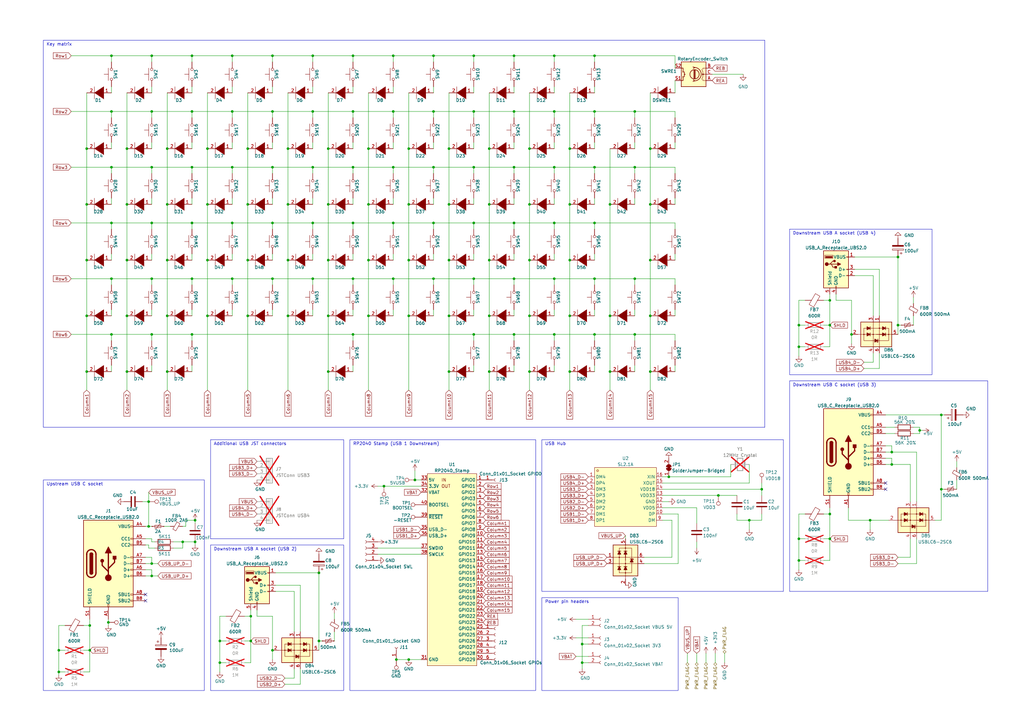
<source format=kicad_sch>
(kicad_sch (version 20230121) (generator eeschema)
  (paper "A3")
  (title_block (title "Quanta Keyboard Schematic") (date "2023-06-11") (rev "3.3") (company "0bsilab") (comment 1 "by Lucas Placentino"))
  (junction (at 74.93 222.25))
  (junction (at 95.25 68.58))
  (junction (at 161.29 22.86))
  (junction (at 227.33 137.16))
  (junction (at 78.74 137.16))
  (junction (at 45.72 114.3))
  (junction (at 68.58 83.82))
  (junction (at 85.09 60.96))
  (junction (at 266.7 83.82))
  (junction (at 134.62 60.96))
  (junction (at 62.23 91.44))
  (junction (at 233.68 152.4))
  (junction (at 62.23 114.3))
  (junction (at 45.72 137.16))
  (junction (at 78.74 45.72))
  (junction (at 44.45 255.27))
  (junction (at 62.23 22.86))
  (junction (at 210.82 137.16))
  (junction (at 200.66 83.82))
  (junction (at 161.29 91.44))
  (junction (at 368.3 133.35))
  (junction (at 210.82 68.58))
  (junction (at 217.17 60.96))
  (junction (at 102.87 262.89))
  (junction (at 95.25 114.3))
  (junction (at 274.32 195.58))
  (junction (at 85.09 106.68))
  (junction (at 52.07 60.96))
  (junction (at 111.76 91.44))
  (junction (at 217.17 152.4))
  (junction (at 161.29 68.58))
  (junction (at 266.7 60.96))
  (junction (at 111.76 266.7))
  (junction (at 144.78 114.3))
  (junction (at 365.76 190.5))
  (junction (at 128.27 91.44))
  (junction (at 111.76 45.72))
  (junction (at 243.84 22.86))
  (junction (at 194.31 91.44))
  (junction (at 386.08 200.66))
  (junction (at 128.27 68.58))
  (junction (at 95.25 91.44))
  (junction (at 243.84 91.44))
  (junction (at 250.19 129.54))
  (junction (at 177.8 114.3))
  (junction (at 266.7 129.54))
  (junction (at 144.78 45.72))
  (junction (at 161.29 114.3))
  (junction (at 60.96 205.74))
  (junction (at 184.15 129.54))
  (junction (at 194.31 114.3))
  (junction (at 35.56 129.54))
  (junction (at 118.11 106.68))
  (junction (at 111.76 114.3))
  (junction (at 68.58 129.54))
  (junction (at 102.87 252.73))
  (junction (at 111.76 68.58))
  (junction (at 238.76 271.78))
  (junction (at 68.58 106.68))
  (junction (at 45.72 68.58))
  (junction (at 62.23 45.72))
  (junction (at 101.6 129.54))
  (junction (at 194.31 22.86))
  (junction (at 52.07 152.4))
  (junction (at 118.11 83.82))
  (junction (at 157.48 199.39))
  (junction (at 134.62 152.4))
  (junction (at 365.76 185.42))
  (junction (at 491.49 111.76))
  (junction (at 128.27 22.86))
  (junction (at 250.19 152.4))
  (junction (at 45.72 91.44))
  (junction (at 78.74 114.3))
  (junction (at 233.68 129.54))
  (junction (at 144.78 137.16))
  (junction (at 227.33 114.3))
  (junction (at 184.15 106.68))
  (junction (at 134.62 129.54))
  (junction (at 128.27 114.3))
  (junction (at 144.78 68.58))
  (junction (at 62.23 231.14))
  (junction (at 161.29 45.72))
  (junction (at 101.6 106.68))
  (junction (at 177.8 68.58))
  (junction (at 90.17 271.78))
  (junction (at 24.13 266.7))
  (junction (at 260.35 45.72))
  (junction (at 327.66 220.98))
  (junction (at 184.15 83.82))
  (junction (at 260.35 68.58))
  (junction (at 243.84 45.72))
  (junction (at 307.34 213.36))
  (junction (at 194.31 68.58))
  (junction (at 35.56 60.96))
  (junction (at 162.56 270.51))
  (junction (at 128.27 45.72))
  (junction (at 35.56 106.68))
  (junction (at 130.81 234.95))
  (junction (at 349.25 137.16))
  (junction (at 210.82 91.44))
  (junction (at 327.66 142.24))
  (junction (at 340.36 220.98))
  (junction (at 238.76 264.16))
  (junction (at 130.81 262.89))
  (junction (at 167.64 60.96))
  (junction (at 45.72 45.72))
  (junction (at 177.8 91.44))
  (junction (at 167.64 106.68))
  (junction (at 243.84 137.16))
  (junction (at 151.13 60.96))
  (junction (at 327.66 133.35))
  (junction (at 227.33 68.58))
  (junction (at 52.07 106.68))
  (junction (at 24.13 275.59))
  (junction (at 368.3 105.41))
  (junction (at 243.84 68.58))
  (junction (at 167.64 270.51))
  (junction (at 68.58 152.4))
  (junction (at 36.83 256.54))
  (junction (at 227.33 91.44))
  (junction (at 340.36 123.19))
  (junction (at 200.66 106.68))
  (junction (at 260.35 114.3))
  (junction (at 340.36 133.35))
  (junction (at 167.64 129.54))
  (junction (at 177.8 22.86))
  (junction (at 200.66 129.54))
  (junction (at 266.7 106.68))
  (junction (at 250.19 83.82))
  (junction (at 80.01 213.36))
  (junction (at 62.23 236.22))
  (junction (at 233.68 83.82))
  (junction (at 377.19 176.53))
  (junction (at 80.01 222.25))
  (junction (at 194.31 45.72))
  (junction (at 78.74 68.58))
  (junction (at 134.62 106.68))
  (junction (at 134.62 83.82))
  (junction (at 210.82 22.86))
  (junction (at 101.6 60.96))
  (junction (at 227.33 45.72))
  (junction (at 151.13 83.82))
  (junction (at 62.23 137.16))
  (junction (at 68.58 60.96))
  (junction (at 167.64 83.82))
  (junction (at 184.15 60.96))
  (junction (at 260.35 137.16))
  (junction (at 217.17 106.68))
  (junction (at 144.78 91.44))
  (junction (at 118.11 129.54))
  (junction (at 151.13 106.68))
  (junction (at 266.7 152.4))
  (junction (at 111.76 22.86))
  (junction (at 217.17 83.82))
  (junction (at 36.83 266.7))
  (junction (at 78.74 22.86))
  (junction (at 35.56 152.4))
  (junction (at 210.82 114.3))
  (junction (at 194.31 137.16))
  (junction (at 144.78 22.86))
  (junction (at 243.84 114.3))
  (junction (at 62.23 68.58))
  (junction (at 35.56 83.82))
  (junction (at 52.07 83.82))
  (junction (at 184.15 152.4))
  (junction (at 233.68 60.96))
  (junction (at 340.36 210.82))
  (junction (at 200.66 152.4))
  (junction (at 101.6 83.82))
  (junction (at 170.18 196.85))
  (junction (at 210.82 45.72))
  (junction (at 85.09 83.82))
  (junction (at 45.72 22.86))
  (junction (at 78.74 91.44))
  (junction (at 227.33 22.86))
  (junction (at 294.64 203.2))
  (junction (at 85.09 129.54))
  (junction (at 233.68 106.68))
  (junction (at 200.66 60.96))
  (junction (at 52.07 129.54))
  (junction (at 60.96 215.9))
  (junction (at 151.13 129.54))
  (junction (at 177.8 45.72))
  (junction (at 327.66 229.87))
  (junction (at 386.08 170.18))
  (junction (at 118.11 60.96))
  (junction (at 90.17 262.89))
  (junction (at 95.25 22.86))
  (junction (at 356.87 213.36))
  (junction (at 95.25 45.72))
  (junction (at 312.42 200.66))
  (junction (at 217.17 129.54))
  (no_connect (at 441.96 88.9))
  (no_connect (at 477.52 99.06))
  (no_connect (at 459.74 71.12))
  (no_connect (at 363.22 200.66))
  (no_connect (at 477.52 91.44))
  (no_connect (at 441.96 116.84))
  (no_connect (at 464.82 71.12))
  (no_connect (at 363.22 198.12))
  (no_connect (at 441.96 93.98))
  (no_connect (at 59.69 243.84))
  (no_connect (at 59.69 246.38))
  (no_connect (at 441.96 114.3))
  (no_connect (at 467.36 71.12))
  (no_connect (at 477.52 93.98))
  (no_connect (at 462.28 71.12))
  (no_connect (at 477.52 101.6))
  (no_connect (at 477.52 121.92))
  (wire (pts (xy 90.17 271.78) (xy 92.71 271.78)))
  (wire (pts (xy 349.25 137.16) (xy 349.25 140.97)))
  (wire (pts (xy 161.29 114.3) (xy 161.29 116.84)))
  (wire (pts (xy 210.82 137.16) (xy 227.33 137.16)))
  (wire (pts (xy 45.72 137.16) (xy 45.72 139.7)))
  (wire (pts (xy 210.82 149.86) (xy 210.82 152.4)))
  (wire (pts (xy 111.76 35.56) (xy 111.76 38.1)))
  (wire (pts (xy 29.21 22.86) (xy 45.72 22.86)))
  (wire (pts (xy 264.16 228.6) (xy 275.59 228.6)))
  (wire (pts (xy 60.96 223.52) (xy 59.69 223.52)))
  (wire (pts (xy 266.7 106.68) (xy 266.7 129.54)))
  (wire (pts (xy 243.84 22.86) (xy 243.84 25.4)))
  (wire (pts (xy 154.94 227.33) (xy 172.72 227.33)))
  (wire (pts (xy 340.36 210.82) (xy 340.36 208.28)))
  (wire (pts (xy 217.17 152.4) (xy 217.17 160.02)))
  (wire (pts (xy 52.07 152.4) (xy 52.07 160.02)))
  (wire (pts (xy 271.78 205.74) (xy 274.32 205.74)))
  (wire (pts (xy 243.84 127) (xy 243.84 129.54)))
  (wire (pts (xy 340.36 220.98) (xy 340.36 210.82)))
  (wire (pts (xy 111.76 252.73) (xy 111.76 266.7)))
  (wire (pts (xy 194.31 22.86) (xy 210.82 22.86)))
  (wire (pts (xy 200.66 129.54) (xy 200.66 152.4)))
  (wire (pts (xy 243.84 81.28) (xy 243.84 83.82)))
  (wire (pts (xy 243.84 91.44) (xy 243.84 93.98)))
  (wire (pts (xy 210.82 68.58) (xy 210.82 71.12)))
  (wire (pts (xy 144.78 22.86) (xy 161.29 22.86)))
  (wire (pts (xy 227.33 114.3) (xy 227.33 116.84)))
  (wire (pts (xy 210.82 114.3) (xy 227.33 114.3)))
  (wire (pts (xy 111.76 68.58) (xy 128.27 68.58)))
  (wire (pts (xy 184.15 38.1) (xy 184.15 60.96)))
  (wire (pts (xy 62.23 137.16) (xy 78.74 137.16)))
  (wire (pts (xy 238.76 256.54) (xy 238.76 264.16)))
  (wire (pts (xy 60.96 201.93) (xy 60.96 205.74)))
  (wire (pts (xy 184.15 60.96) (xy 184.15 83.82)))
  (wire (pts (xy 302.26 203.2) (xy 294.64 203.2)))
  (wire (pts (xy 266.7 129.54) (xy 266.7 152.4)))
  (wire (pts (xy 144.78 58.42) (xy 144.78 60.96)))
  (wire (pts (xy 144.78 91.44) (xy 144.78 93.98)))
  (wire (pts (xy 227.33 81.28) (xy 227.33 83.82)))
  (wire (pts (xy 377.19 176.53) (xy 378.46 176.53)))
  (wire (pts (xy 392.43 189.23) (xy 392.43 191.77)))
  (wire (pts (xy 243.84 137.16) (xy 243.84 139.7)))
  (wire (pts (xy 227.33 137.16) (xy 227.33 139.7)))
  (wire (pts (xy 102.87 252.73) (xy 102.87 250.19)))
  (wire (pts (xy 307.34 213.36) (xy 312.42 213.36)))
  (wire (pts (xy 340.36 123.19) (xy 340.36 120.65)))
  (wire (pts (xy 243.84 137.16) (xy 260.35 137.16)))
  (wire (pts (xy 363.22 170.18) (xy 386.08 170.18)))
  (wire (pts (xy 130.81 262.89) (xy 132.08 262.89)))
  (wire (pts (xy 154.94 199.39) (xy 157.48 199.39)))
  (wire (pts (xy 161.29 114.3) (xy 177.8 114.3)))
  (wire (pts (xy 100.33 252.73) (xy 102.87 252.73)))
  (wire (pts (xy 95.25 114.3) (xy 111.76 114.3)))
  (wire (pts (xy 111.76 91.44) (xy 111.76 93.98)))
  (wire (pts (xy 342.9 123.19) (xy 342.9 120.65)))
  (wire (pts (xy 386.08 213.36) (xy 386.08 200.66)))
  (wire (pts (xy 78.74 22.86) (xy 95.25 22.86)))
  (wire (pts (xy 35.56 38.1) (xy 35.56 60.96)))
  (wire (pts (xy 45.72 149.86) (xy 45.72 152.4)))
  (wire (pts (xy 227.33 68.58) (xy 227.33 71.12)))
  (wire (pts (xy 144.78 91.44) (xy 161.29 91.44)))
  (wire (pts (xy 210.82 58.42) (xy 210.82 60.96)))
  (wire (pts (xy 337.82 210.82) (xy 340.36 210.82)))
  (wire (pts (xy 111.76 114.3) (xy 111.76 116.84)))
  (wire (pts (xy 356.87 213.36) (xy 356.87 217.17)))
  (wire (pts (xy 194.31 45.72) (xy 210.82 45.72)))
  (wire (pts (xy 435.61 121.92) (xy 441.96 121.92)))
  (wire (pts (xy 78.74 127) (xy 78.74 129.54)))
  (wire (pts (xy 151.13 129.54) (xy 151.13 160.02)))
  (wire (pts (xy 44.45 255.27) (xy 44.45 254)))
  (wire (pts (xy 36.83 266.7) (xy 36.83 275.59)))
  (wire (pts (xy 90.17 252.73) (xy 92.71 252.73)))
  (wire (pts (xy 80.01 214.63) (xy 80.01 213.36)))
  (wire (pts (xy 194.31 114.3) (xy 210.82 114.3)))
  (wire (pts (xy 217.17 38.1) (xy 217.17 60.96)))
  (wire (pts (xy 101.6 83.82) (xy 101.6 106.68)))
  (wire (pts (xy 276.86 137.16) (xy 276.86 139.7)))
  (wire (pts (xy 386.08 200.66) (xy 386.08 170.18)))
  (wire (pts (xy 102.87 271.78) (xy 100.33 271.78)))
  (wire (pts (xy 327.66 133.35) (xy 330.2 133.35)))
  (wire (pts (xy 194.31 91.44) (xy 210.82 91.44)))
  (wire (pts (xy 62.23 222.25) (xy 62.23 220.98)))
  (wire (pts (xy 161.29 35.56) (xy 161.29 38.1)))
  (wire (pts (xy 118.11 106.68) (xy 118.11 129.54)))
  (wire (pts (xy 356.87 213.36) (xy 364.49 213.36)))
  (wire (pts (xy 194.31 137.16) (xy 194.31 139.7)))
  (wire (pts (xy 184.15 152.4) (xy 184.15 160.02)))
  (wire (pts (xy 373.38 228.6) (xy 373.38 220.98)))
  (wire (pts (xy 260.35 68.58) (xy 260.35 71.12)))
  (wire (pts (xy 59.69 215.9) (xy 60.96 215.9)))
  (wire (pts (xy 340.36 133.35) (xy 340.36 142.24)))
  (wire (pts (xy 95.25 45.72) (xy 111.76 45.72)))
  (wire (pts (xy 260.35 68.58) (xy 276.86 68.58)))
  (wire (pts (xy 154.94 224.79) (xy 172.72 224.79)))
  (wire (pts (xy 210.82 91.44) (xy 210.82 93.98)))
  (wire (pts (xy 360.68 129.54) (xy 360.68 110.49)))
  (wire (pts (xy 260.35 137.16) (xy 260.35 139.7)))
  (wire (pts (xy 95.25 114.3) (xy 95.25 116.84)))
  (wire (pts (xy 368.3 228.6) (xy 373.38 228.6)))
  (wire (pts (xy 95.25 35.56) (xy 95.25 38.1)))
  (wire (pts (xy 144.78 114.3) (xy 161.29 114.3)))
  (wire (pts (xy 210.82 114.3) (xy 210.82 116.84)))
  (wire (pts (xy 34.29 266.7) (xy 36.83 266.7)))
  (wire (pts (xy 130.81 234.95) (xy 130.81 262.89)))
  (wire (pts (xy 327.66 210.82) (xy 327.66 220.98)))
  (wire (pts (xy 62.23 215.9) (xy 60.96 215.9)))
  (wire (pts (xy 45.72 35.56) (xy 45.72 38.1)))
  (wire (pts (xy 194.31 22.86) (xy 194.31 25.4)))
  (wire (pts (xy 227.33 58.42) (xy 227.33 60.96)))
  (wire (pts (xy 184.15 129.54) (xy 184.15 152.4)))
  (wire (pts (xy 276.86 104.14) (xy 276.86 106.68)))
  (wire (pts (xy 227.33 22.86) (xy 243.84 22.86)))
  (wire (pts (xy 233.68 152.4) (xy 233.68 160.02)))
  (wire (pts (xy 45.72 114.3) (xy 62.23 114.3)))
  (wire (pts (xy 167.64 83.82) (xy 167.64 106.68)))
  (wire (pts (xy 78.74 22.86) (xy 78.74 25.4)))
  (wire (pts (xy 302.26 213.36) (xy 307.34 213.36)))
  (wire (pts (xy 177.8 45.72) (xy 194.31 45.72)))
  (wire (pts (xy 275.59 213.36) (xy 271.78 213.36)))
  (wire (pts (xy 128.27 22.86) (xy 144.78 22.86)))
  (wire (pts (xy 347.98 213.36) (xy 347.98 208.28)))
  (wire (pts (xy 374.65 177.8) (xy 377.19 177.8)))
  (wire (pts (xy 327.66 123.19) (xy 330.2 123.19)))
  (wire (pts (xy 52.07 38.1) (xy 52.07 60.96)))
  (wire (pts (xy 161.29 58.42) (xy 161.29 60.96)))
  (wire (pts (xy 111.76 91.44) (xy 128.27 91.44)))
  (wire (pts (xy 194.31 68.58) (xy 194.31 71.12)))
  (wire (pts (xy 118.11 38.1) (xy 118.11 60.96)))
  (wire (pts (xy 123.19 240.03) (xy 113.03 240.03)))
  (wire (pts (xy 85.09 38.1) (xy 85.09 60.96)))
  (wire (pts (xy 59.69 233.68) (xy 62.23 233.68)))
  (wire (pts (xy 170.18 193.04) (xy 170.18 196.85)))
  (wire (pts (xy 59.69 231.14) (xy 62.23 231.14)))
  (wire (pts (xy 260.35 58.42) (xy 260.35 60.96)))
  (wire (pts (xy 137.16 251.46) (xy 137.16 254)))
  (wire (pts (xy 217.17 129.54) (xy 217.17 152.4)))
  (wire (pts (xy 62.23 222.25) (xy 63.5 222.25)))
  (wire (pts (xy 243.84 104.14) (xy 243.84 106.68)))
  (wire (pts (xy 45.72 58.42) (xy 45.72 60.96)))
  (wire (pts (xy 227.33 22.86) (xy 227.33 25.4)))
  (wire (pts (xy 386.08 213.36) (xy 383.54 213.36)))
  (wire (pts (xy 68.58 60.96) (xy 68.58 83.82)))
  (wire (pts (xy 276.86 91.44) (xy 276.86 93.98)))
  (wire (pts (xy 45.72 81.28) (xy 45.72 83.82)))
  (wire (pts (xy 134.62 152.4) (xy 134.62 160.02)))
  (wire (pts (xy 45.72 45.72) (xy 62.23 45.72)))
  (wire (pts (xy 260.35 127) (xy 260.35 129.54)))
  (wire (pts (xy 62.23 68.58) (xy 62.23 71.12)))
  (wire (pts (xy 210.82 81.28) (xy 210.82 83.82)))
  (wire (pts (xy 120.65 259.08) (xy 120.65 242.57)))
  (wire (pts (xy 233.68 106.68) (xy 233.68 129.54)))
  (wire (pts (xy 200.66 106.68) (xy 200.66 129.54)))
  (wire (pts (xy 161.29 91.44) (xy 177.8 91.44)))
  (wire (pts (xy 363.22 187.96) (xy 365.76 187.96)))
  (wire (pts (xy 52.07 106.68) (xy 52.07 129.54)))
  (wire (pts (xy 297.18 267.97) (xy 297.18 271.78)))
  (wire (pts (xy 78.74 68.58) (xy 95.25 68.58)))
  (wire (pts (xy 68.58 83.82) (xy 68.58 106.68)))
  (wire (pts (xy 134.62 106.68) (xy 134.62 129.54)))
  (wire (pts (xy 377.19 176.53) (xy 377.19 175.26)))
  (wire (pts (xy 101.6 60.96) (xy 101.6 83.82)))
  (wire (pts (xy 177.8 114.3) (xy 177.8 116.84)))
  (wire (pts (xy 95.25 68.58) (xy 111.76 68.58)))
  (wire (pts (xy 194.31 149.86) (xy 194.31 152.4)))
  (wire (pts (xy 281.94 267.97) (xy 281.94 271.78)))
  (wire (pts (xy 62.23 114.3) (xy 62.23 116.84)))
  (wire (pts (xy 62.23 228.6) (xy 62.23 231.14)))
  (wire (pts (xy 243.84 114.3) (xy 243.84 116.84)))
  (wire (pts (xy 144.78 45.72) (xy 144.78 48.26)))
  (wire (pts (xy 78.74 91.44) (xy 78.74 93.98)))
  (wire (pts (xy 130.81 266.7) (xy 130.81 262.89)))
  (wire (pts (xy 227.33 91.44) (xy 227.33 93.98)))
  (wire (pts (xy 44.45 256.54) (xy 44.45 255.27)))
  (wire (pts (xy 85.09 129.54) (xy 85.09 160.02)))
  (wire (pts (xy 368.3 137.16) (xy 368.3 133.35)))
  (wire (pts (xy 60.96 224.79) (xy 63.5 224.79)))
  (wire (pts (xy 177.8 68.58) (xy 177.8 71.12)))
  (wire (pts (xy 227.33 91.44) (xy 243.84 91.44)))
  (wire (pts (xy 95.25 81.28) (xy 95.25 83.82)))
  (wire (pts (xy 491.49 111.76) (xy 477.52 111.76)))
  (wire (pts (xy 227.33 127) (xy 227.33 129.54)))
  (wire (pts (xy 59.69 228.6) (xy 62.23 228.6)))
  (wire (pts (xy 243.84 68.58) (xy 243.84 71.12)))
  (wire (pts (xy 358.14 148.59) (xy 358.14 144.78)))
  (wire (pts (xy 302.26 210.82) (xy 302.26 213.36)))
  (wire (pts (xy 486.41 116.84) (xy 477.52 116.84)))
  (wire (pts (xy 161.29 104.14) (xy 161.29 106.68)))
  (wire (pts (xy 177.8 81.28) (xy 177.8 83.82)))
  (wire (pts (xy 233.68 60.96) (xy 233.68 83.82)))
  (wire (pts (xy 358.14 113.03) (xy 350.52 113.03)))
  (wire (pts (xy 271.78 200.66) (xy 312.42 200.66)))
  (wire (pts (xy 52.07 129.54) (xy 52.07 152.4)))
  (wire (pts (xy 95.25 22.86) (xy 95.25 25.4)))
  (wire (pts (xy 52.07 60.96) (xy 52.07 83.82)))
  (wire (pts (xy 327.66 229.87) (xy 330.2 229.87)))
  (wire (pts (xy 243.84 45.72) (xy 260.35 45.72)))
  (wire (pts (xy 210.82 127) (xy 210.82 129.54)))
  (wire (pts (xy 227.33 45.72) (xy 243.84 45.72)))
  (wire (pts (xy 354.33 151.13) (xy 360.68 151.13)))
  (wire (pts (xy 78.74 149.86) (xy 78.74 152.4)))
  (wire (pts (xy 363.22 177.8) (xy 367.03 177.8)))
  (wire (pts (xy 118.11 129.54) (xy 118.11 160.02)))
  (wire (pts (xy 177.8 104.14) (xy 177.8 106.68)))
  (wire (pts (xy 62.23 231.14) (xy 64.77 231.14)))
  (wire (pts (xy 358.14 129.54) (xy 358.14 113.03)))
  (wire (pts (xy 111.76 45.72) (xy 128.27 45.72)))
  (wire (pts (xy 365.76 185.42) (xy 375.92 185.42)))
  (wire (pts (xy 68.58 129.54) (xy 68.58 152.4)))
  (wire (pts (xy 293.37 267.97) (xy 293.37 271.78)))
  (wire (pts (xy 363.22 185.42) (xy 365.76 185.42)))
  (wire (pts (xy 236.22 269.24) (xy 241.3 269.24)))
  (wire (pts (xy 68.58 152.4) (xy 68.58 160.02)))
  (wire (pts (xy 177.8 68.58) (xy 194.31 68.58)))
  (wire (pts (xy 161.29 91.44) (xy 161.29 93.98)))
  (wire (pts (xy 327.66 142.24) (xy 327.66 133.35)))
  (wire (pts (xy 238.76 264.16) (xy 241.3 264.16)))
  (wire (pts (xy 151.13 106.68) (xy 151.13 129.54)))
  (wire (pts (xy 29.21 45.72) (xy 45.72 45.72)))
  (wire (pts (xy 236.22 254) (xy 241.3 254)))
  (wire (pts (xy 134.62 83.82) (xy 134.62 106.68)))
  (wire (pts (xy 161.29 22.86) (xy 177.8 22.86)))
  (wire (pts (xy 134.62 60.96) (xy 134.62 83.82)))
  (wire (pts (xy 52.07 83.82) (xy 52.07 106.68)))
  (wire (pts (xy 327.66 142.24) (xy 330.2 142.24)))
  (wire (pts (xy 36.83 275.59) (xy 34.29 275.59)))
  (wire (pts (xy 45.72 45.72) (xy 45.72 48.26)))
  (wire (pts (xy 144.78 68.58) (xy 144.78 71.12)))
  (wire (pts (xy 327.66 146.05) (xy 327.66 142.24)))
  (wire (pts (xy 161.29 127) (xy 161.29 129.54)))
  (wire (pts (xy 144.78 68.58) (xy 161.29 68.58)))
  (wire (pts (xy 80.01 213.36) (xy 76.2 213.36)))
  (wire (pts (xy 347.98 213.36) (xy 356.87 213.36)))
  (wire (pts (xy 128.27 91.44) (xy 128.27 93.98)))
  (wire (pts (xy 337.82 220.98) (xy 340.36 220.98)))
  (wire (pts (xy 102.87 262.89) (xy 102.87 252.73)))
  (wire (pts (xy 340.36 142.24) (xy 337.82 142.24)))
  (wire (pts (xy 354.33 148.59) (xy 358.14 148.59)))
  (wire (pts (xy 60.96 224.79) (xy 60.96 223.52)))
  (wire (pts (xy 144.78 149.86) (xy 144.78 152.4)))
  (wire (pts (xy 210.82 137.16) (xy 210.82 139.7)))
  (wire (pts (xy 210.82 45.72) (xy 210.82 48.26)))
  (wire (pts (xy 276.86 22.86) (xy 276.86 27.94)))
  (wire (pts (xy 276.86 127) (xy 276.86 129.54)))
  (wire (pts (xy 177.8 35.56) (xy 177.8 38.1)))
  (wire (pts (xy 45.72 68.58) (xy 45.72 71.12)))
  (wire (pts (xy 167.64 106.68) (xy 167.64 129.54)))
  (wire (pts (xy 292.1 30.48) (xy 304.8 30.48)))
  (wire (pts (xy 227.33 104.14) (xy 227.33 106.68)))
  (wire (pts (xy 285.75 214.63) (xy 285.75 208.28)))
  (wire (pts (xy 387.35 170.18) (xy 386.08 170.18)))
  (wire (pts (xy 62.23 58.42) (xy 62.23 60.96)))
  (wire (pts (xy 137.16 259.08) (xy 137.16 262.89)))
  (wire (pts (xy 62.23 91.44) (xy 62.23 93.98)))
  (wire (pts (xy 161.29 68.58) (xy 161.29 71.12)))
  (wire (pts (xy 111.76 58.42) (xy 111.76 60.96)))
  (wire (pts (xy 374.65 175.26) (xy 377.19 175.26)))
  (wire (pts (xy 227.33 137.16) (xy 243.84 137.16)))
  (wire (pts (xy 62.23 45.72) (xy 78.74 45.72)))
  (wire (pts (xy 177.8 91.44) (xy 194.31 91.44)))
  (wire (pts (xy 105.41 252.73) (xy 105.41 250.19)))
  (wire (pts (xy 95.25 91.44) (xy 95.25 93.98)))
  (wire (pts (xy 24.13 256.54) (xy 24.13 266.7)))
  (wire (pts (xy 128.27 58.42) (xy 128.27 60.96)))
  (wire (pts (xy 62.23 91.44) (xy 78.74 91.44)))
  (wire (pts (xy 24.13 275.59) (xy 26.67 275.59)))
  (wire (pts (xy 116.84 280.67) (xy 123.19 280.67)))
  (wire (pts (xy 167.64 38.1) (xy 167.64 60.96)))
  (wire (pts (xy 210.82 68.58) (xy 227.33 68.58)))
  (wire (pts (xy 78.74 114.3) (xy 95.25 114.3)))
  (wire (pts (xy 24.13 266.7) (xy 26.67 266.7)))
  (wire (pts (xy 120.65 242.57) (xy 113.03 242.57)))
  (wire (pts (xy 260.35 137.16) (xy 276.86 137.16)))
  (wire (pts (xy 375.92 231.14) (xy 375.92 220.98)))
  (wire (pts (xy 491.49 109.22) (xy 491.49 111.76)))
  (wire (pts (xy 266.7 152.4) (xy 266.7 160.02)))
  (wire (pts (xy 111.76 266.7) (xy 111.76 270.51)))
  (wire (pts (xy 78.74 35.56) (xy 78.74 38.1)))
  (wire (pts (xy 78.74 114.3) (xy 78.74 116.84)))
  (wire (pts (xy 337.82 123.19) (xy 340.36 123.19)))
  (wire (pts (xy 241.3 256.54) (xy 238.76 256.54)))
  (wire (pts (xy 374.65 129.54) (xy 374.65 133.35)))
  (wire (pts (xy 95.25 91.44) (xy 111.76 91.44)))
  (wire (pts (xy 177.8 91.44) (xy 177.8 93.98)))
  (wire (pts (xy 210.82 35.56) (xy 210.82 38.1)))
  (wire (pts (xy 363.22 182.88) (xy 365.76 182.88)))
  (wire (pts (xy 276.86 45.72) (xy 276.86 48.26)))
  (wire (pts (xy 377.19 177.8) (xy 377.19 176.53)))
  (wire (pts (xy 45.72 68.58) (xy 62.23 68.58)))
  (wire (pts (xy 167.64 60.96) (xy 167.64 83.82)))
  (wire (pts (xy 264.16 231.14) (xy 278.13 231.14)))
  (wire (pts (xy 368.3 133.35) (xy 369.57 133.35)))
  (wire (pts (xy 128.27 91.44) (xy 144.78 91.44)))
  (wire (pts (xy 477.52 114.3) (xy 502.92 114.3)))
  (wire (pts (xy 386.08 200.66) (xy 387.35 200.66)))
  (wire (pts (xy 243.84 45.72) (xy 243.84 48.26)))
  (wire (pts (xy 327.66 233.68) (xy 327.66 229.87)))
  (wire (pts (xy 243.84 149.86) (xy 243.84 152.4)))
  (wire (pts (xy 78.74 137.16) (xy 144.78 137.16)))
  (wire (pts (xy 128.27 104.14) (xy 128.27 106.68)))
  (wire (pts (xy 250.19 129.54) (xy 250.19 152.4)))
  (wire (pts (xy 62.23 233.68) (xy 62.23 236.22)))
  (wire (pts (xy 233.68 83.82) (xy 233.68 106.68)))
  (wire (pts (xy 271.78 203.2) (xy 294.64 203.2)))
  (wire (pts (xy 78.74 45.72) (xy 78.74 48.26)))
  (wire (pts (xy 170.18 196.85) (xy 172.72 196.85)))
  (wire (pts (xy 128.27 127) (xy 128.27 129.54)))
  (wire (pts (xy 363.22 190.5) (xy 365.76 190.5)))
  (wire (pts (xy 45.72 91.44) (xy 45.72 93.98)))
  (wire (pts (xy 60.96 205.74) (xy 60.96 215.9)))
  (wire (pts (xy 480.06 109.22) (xy 477.52 109.22)))
  (wire (pts (xy 243.84 35.56) (xy 243.84 38.1)))
  (wire (pts (xy 111.76 22.86) (xy 128.27 22.86)))
  (wire (pts (xy 285.75 267.97) (xy 285.75 271.78)))
  (wire (pts (xy 210.82 91.44) (xy 227.33 91.44)))
  (wire (pts (xy 157.48 199.39) (xy 172.72 199.39)))
  (wire (pts (xy 210.82 45.72) (xy 227.33 45.72)))
  (wire (pts (xy 111.76 68.58) (xy 111.76 71.12)))
  (wire (pts (xy 144.78 137.16) (xy 194.31 137.16)))
  (wire (pts (xy 312.42 210.82) (xy 312.42 213.36)))
  (wire (pts (xy 69.85 215.9) (xy 67.31 215.9)))
  (wire (pts (xy 111.76 114.3) (xy 128.27 114.3)))
  (wire (pts (xy 78.74 58.42) (xy 78.74 60.96)))
  (wire (pts (xy 337.82 133.35) (xy 340.36 133.35)))
  (wire (pts (xy 486.41 116.84) (xy 486.41 119.38)))
  (wire (pts (xy 62.23 236.22) (xy 64.77 236.22)))
  (wire (pts (xy 151.13 38.1) (xy 151.13 60.96)))
  (wire (pts (xy 210.82 22.86) (xy 210.82 25.4)))
  (wire (pts (xy 194.31 58.42) (xy 194.31 60.96)))
  (wire (pts (xy 78.74 104.14) (xy 78.74 106.68)))
  (wire (pts (xy 144.78 114.3) (xy 144.78 116.84)))
  (wire (pts (xy 266.7 60.96) (xy 266.7 83.82)))
  (wire (pts (xy 128.27 68.58) (xy 128.27 71.12)))
  (wire (pts (xy 350.52 105.41) (xy 368.3 105.41)))
  (wire (pts (xy 128.27 114.3) (xy 144.78 114.3)))
  (wire (pts (xy 289.56 267.97) (xy 289.56 271.78)))
  (wire (pts (xy 144.78 81.28) (xy 144.78 83.82)))
  (wire (pts (xy 95.25 104.14) (xy 95.25 106.68)))
  (wire (pts (xy 59.69 236.22) (xy 62.23 236.22)))
  (wire (pts (xy 111.76 45.72) (xy 111.76 48.26)))
  (wire (pts (xy 340.36 229.87) (xy 337.82 229.87)))
  (wire (pts (xy 45.72 137.16) (xy 62.23 137.16)))
  (wire (pts (xy 78.74 68.58) (xy 78.74 71.12)))
  (wire (pts (xy 85.09 60.96) (xy 85.09 83.82)))
  (wire (pts (xy 24.13 256.54) (xy 26.67 256.54)))
  (wire (pts (xy 95.25 22.86) (xy 111.76 22.86)))
  (wire (pts (xy 29.21 137.16) (xy 45.72 137.16)))
  (wire (pts (xy 90.17 262.89) (xy 92.71 262.89)))
  (wire (pts (xy 217.17 83.82) (xy 217.17 106.68)))
  (wire (pts (xy 95.25 68.58) (xy 95.25 71.12)))
  (wire (pts (xy 243.84 68.58) (xy 260.35 68.58)))
  (wire (pts (xy 340.36 220.98) (xy 340.36 229.87)))
  (wire (pts (xy 227.33 35.56) (xy 227.33 38.1)))
  (wire (pts (xy 307.34 198.12) (xy 271.78 198.12)))
  (wire (pts (xy 45.72 91.44) (xy 62.23 91.44)))
  (wire (pts (xy 194.31 104.14) (xy 194.31 106.68)))
  (wire (pts (xy 24.13 266.7) (xy 24.13 275.59)))
  (wire (pts (xy 373.38 205.74) (xy 373.38 190.5)))
  (wire (pts (xy 128.27 114.3) (xy 128.27 116.84)))
  (wire (pts (xy 74.93 222.25) (xy 71.12 222.25)))
  (wire (pts (xy 278.13 231.14) (xy 278.13 210.82)))
  (wire (pts (xy 276.86 81.28) (xy 276.86 83.82)))
  (wire (pts (xy 35.56 152.4) (xy 35.56 160.02)))
  (wire (pts (xy 128.27 45.72) (xy 128.27 48.26)))
  (wire (pts (xy 95.25 45.72) (xy 95.25 48.26)))
  (wire (pts (xy 276.86 33.02) (xy 276.86 38.1)))
  (wire (pts (xy 327.66 220.98) (xy 327.66 229.87)))
  (wire (pts (xy 123.19 259.08) (xy 123.19 240.03)))
  (wire (pts (xy 194.31 127) (xy 194.31 129.54)))
  (wire (pts (xy 184.15 106.68) (xy 184.15 129.54)))
  (wire (pts (xy 68.58 106.68) (xy 68.58 129.54)))
  (wire (pts (xy 100.33 262.89) (xy 102.87 262.89)))
  (wire (pts (xy 256.54 219.71) (xy 256.54 220.98)))
  (wire (pts (xy 210.82 104.14) (xy 210.82 106.68)))
  (wire (pts (xy 161.29 68.58) (xy 177.8 68.58)))
  (wire (pts (xy 177.8 114.3) (xy 194.31 114.3)))
  (wire (pts (xy 238.76 271.78) (xy 238.76 274.32)))
  (wire (pts (xy 78.74 81.28) (xy 78.74 83.82)))
  (wire (pts (xy 144.78 22.86) (xy 144.78 25.4)))
  (wire (pts (xy 365.76 187.96) (xy 365.76 190.5)))
  (wire (pts (xy 200.66 60.96) (xy 200.66 83.82)))
  (wire (pts (xy 285.75 222.25) (xy 285.75 224.79)))
  (wire (pts (xy 24.13 276.86) (xy 24.13 275.59)))
  (wire (pts (xy 128.27 35.56) (xy 128.27 38.1)))
  (wire (pts (xy 236.22 261.62) (xy 241.3 261.62)))
  (wire (pts (xy 312.42 203.2) (xy 312.42 200.66)))
  (wire (pts (xy 368.3 231.14) (xy 375.92 231.14)))
  (wire (pts (xy 45.72 114.3) (xy 45.72 116.84)))
  (wire (pts (xy 227.33 114.3) (xy 243.84 114.3)))
  (wire (pts (xy 194.31 45.72) (xy 194.31 48.26)))
  (wire (pts (xy 161.29 45.72) (xy 177.8 45.72)))
  (wire (pts (xy 76.2 213.36) (xy 76.2 215.9)))
  (wire (pts (xy 111.76 127) (xy 111.76 129.54)))
  (wire (pts (xy 243.84 58.42) (xy 243.84 60.96)))
  (wire (pts (xy 29.21 114.3) (xy 45.72 114.3)))
  (wire (pts (xy 243.84 22.86) (xy 276.86 22.86)))
  (wire (pts (xy 307.34 190.5) (xy 307.34 198.12)))
  (wire (pts (xy 200.66 83.82) (xy 200.66 106.68)))
  (wire (pts (xy 184.15 83.82) (xy 184.15 106.68)))
  (wire (pts (xy 102.87 262.89) (xy 102.87 271.78)))
  (wire (pts (xy 62.23 220.98) (xy 59.69 220.98)))
  (wire (pts (xy 275.59 228.6) (xy 275.59 213.36)))
  (wire (pts (xy 365.76 190.5) (xy 373.38 190.5)))
  (wire (pts (xy 62.23 22.86) (xy 62.23 25.4)))
  (wire (pts (xy 128.27 45.72) (xy 144.78 45.72)))
  (wire (pts (xy 134.62 129.54) (xy 134.62 152.4)))
  (wire (pts (xy 260.35 114.3) (xy 260.35 116.84)))
  (wire (pts (xy 217.17 60.96) (xy 217.17 83.82)))
  (wire (pts (xy 360.68 110.49) (xy 350.52 110.49)))
  (wire (pts (xy 375.92 205.74) (xy 375.92 185.42)))
  (wire (pts (xy 217.17 106.68) (xy 217.17 129.54)))
  (wire (pts (xy 368.3 105.41) (xy 368.3 133.35)))
  (wire (pts (xy 45.72 22.86) (xy 62.23 22.86)))
  (wire (pts (xy 194.31 35.56) (xy 194.31 38.1)))
  (wire (pts (xy 111.76 81.28) (xy 111.76 83.82)))
  (wire (pts (xy 134.62 38.1) (xy 134.62 60.96)))
  (wire (pts (xy 434.34 91.44) (xy 441.96 91.44)))
  (wire (pts (xy 194.31 81.28) (xy 194.31 83.82)))
  (wire (pts (xy 194.31 91.44) (xy 194.31 93.98)))
  (wire (pts (xy 45.72 22.86) (xy 45.72 25.4)))
  (wire (pts (xy 62.23 68.58) (xy 78.74 68.58)))
  (wire (pts (xy 45.72 127) (xy 45.72 129.54)))
  (wire (pts (xy 177.8 22.86) (xy 177.8 25.4)))
  (wire (pts (xy 238.76 264.16) (xy 238.76 271.78)))
  (wire (pts (xy 35.56 83.82) (xy 35.56 106.68)))
  (wire (pts (xy 144.78 137.16) (xy 144.78 139.7)))
  (wire (pts (xy 177.8 22.86) (xy 194.31 22.86)))
  (wire (pts (xy 29.21 91.44) (xy 45.72 91.44)))
  (wire (pts (xy 260.35 114.3) (xy 276.86 114.3)))
  (wire (pts (xy 34.29 256.54) (xy 36.83 256.54)))
  (wire (pts (xy 101.6 129.54) (xy 101.6 160.02)))
  (wire (pts (xy 90.17 275.59) (xy 90.17 271.78)))
  (wire (pts (xy 62.23 45.72) (xy 62.23 48.26)))
  (wire (pts (xy 62.23 22.86) (xy 78.74 22.86)))
  (wire (pts (xy 210.82 22.86) (xy 227.33 22.86)))
  (wire (pts (xy 233.68 38.1) (xy 233.68 60.96)))
  (wire (pts (xy 260.35 45.72) (xy 260.35 48.26)))
  (wire (pts (xy 278.13 210.82) (xy 271.78 210.82)))
  (wire (pts (xy 78.74 91.44) (xy 95.25 91.44)))
  (wire (pts (xy 101.6 106.68) (xy 101.6 129.54)))
  (wire (pts (xy 62.23 114.3) (xy 78.74 114.3)))
  (wire (pts (xy 200.66 152.4) (xy 200.66 160.02)))
  (wire (pts (xy 194.31 114.3) (xy 194.31 116.84)))
  (wire (pts (xy 60.96 205.74) (xy 58.42 205.74)))
  (wire (pts (xy 327.66 210.82) (xy 330.2 210.82)))
  (wire (pts (xy 62.23 149.86) (xy 62.23 152.4)))
  (wire (pts (xy 62.23 104.14) (xy 62.23 106.68)))
  (wire (pts (xy 276.86 68.58) (xy 276.86 71.12)))
  (wire (pts (xy 120.65 278.13) (xy 120.65 274.32)))
  (wire (pts (xy 80.01 222.25) (xy 80.01 223.52)))
  (wire (pts (xy 116.84 278.13) (xy 120.65 278.13)))
  (wire (pts (xy 35.56 60.96) (xy 35.56 83.82)))
  (wire (pts (xy 327.66 220.98) (xy 330.2 220.98)))
  (wire (pts (xy 260.35 81.28) (xy 260.35 83.82)))
  (wire (pts (xy 266.7 83.82) (xy 266.7 106.68)))
  (wire (pts (xy 71.12 224.79) (xy 74.93 224.79)))
  (wire (pts (xy 349.25 123.19) (xy 342.9 123.19)))
  (wire (pts (xy 271.78 208.28) (xy 285.75 208.28)))
  (wire (pts (xy 85.09 83.82) (xy 85.09 106.68)))
  (wire (pts (xy 349.25 123.19) (xy 349.25 137.16)))
  (wire (pts (xy 227.33 149.86) (xy 227.33 152.4)))
  (wire (pts (xy 45.72 104.14) (xy 45.72 106.68)))
  (wire (pts (xy 260.35 149.86) (xy 260.35 152.4)))
  (wire (pts (xy 260.35 45.72) (xy 276.86 45.72)))
  (wire (pts (xy 271.78 195.58) (xy 274.32 195.58)))
  (wire (pts (xy 161.29 45.72) (xy 161.29 48.26)))
  (wire (pts (xy 162.56 270.51) (xy 167.64 270.51)))
  (wire (pts (xy 62.23 137.16) (xy 62.23 139.7)))
  (wire (pts (xy 62.23 127) (xy 62.23 129.54)))
  (wire (pts (xy 78.74 45.72) (xy 95.25 45.72)))
  (wire (pts (xy 118.11 83.82) (xy 118.11 106.68)))
  (wire (pts (xy 374.65 121.92) (xy 374.65 124.46)))
  (wire (pts (xy 250.19 152.4) (xy 250.19 160.02)))
  (wire (pts (xy 227.33 68.58) (xy 243.84 68.58)))
  (wire (pts (xy 233.68 129.54) (xy 233.68 152.4)))
  (wire (pts (xy 151.13 83.82) (xy 151.13 106.68)))
  (wire (pts (xy 36.83 266.7) (xy 36.83 256.54)))
  (wire (pts (xy 144.78 35.56) (xy 144.78 38.1)))
  (wire (pts (xy 111.76 252.73) (xy 105.41 252.73)))
  (wire (pts (xy 144.78 45.72) (xy 161.29 45.72)))
  (wire (pts (xy 194.31 68.58) (xy 210.82 68.58)))
  (wire (pts (xy 250.19 83.82) (xy 250.19 129.54)))
  (wire (pts (xy 327.66 133.35) (xy 327.66 123.19)))
  (wire (pts (xy 274.32 195.58) (xy 299.72 195.58)))
  (wire (pts (xy 177.8 45.72) (xy 177.8 48.26)))
  (wire (pts (xy 276.86 114.3) (xy 276.86 116.84)))
  (wire (pts (xy 367.03 175.26) (xy 363.22 175.26)))
  (wire (pts (xy 29.21 68.58) (xy 45.72 68.58)))
  (wire (pts (xy 90.17 271.78) (xy 90.17 262.89)))
  (wire (pts (xy 227.33 45.72) (xy 227.33 48.26)))
  (wire (pts (xy 85.09 106.68) (xy 85.09 129.54)))
  (wire (pts (xy 299.72 190.5) (xy 299.72 195.58)))
  (wire (pts (xy 74.93 222.25) (xy 80.01 222.25)))
  (wire (pts (xy 76.2 215.9) (xy 74.93 215.9)))
  (wire (pts (xy 95.25 58.42) (xy 95.25 60.96)))
  (wire (pts (xy 312.42 198.12) (xy 312.42 200.66)))
  (wire (pts (xy 74.93 222.25) (xy 74.93 224.79)))
  (wire (pts (xy 113.03 234.95) (xy 130.81 234.95)))
  (wire (pts (xy 266.7 38.1) (xy 266.7 60.96)))
  (wire (pts (xy 307.34 217.17) (xy 307.34 213.36)))
  (wire (pts (xy 340.36 133.35) (xy 340.36 123.19)))
  (wire (pts (xy 360.68 151.13) (xy 360.68 144.78)))
  (wire (pts (xy 161.29 81.28) (xy 161.29 83.82)))
  (wire (pts (xy 194.31 137.16) (xy 210.82 137.16)))
  (wire (pts (xy 101.6 38.1) (xy 101.6 60.96)))
  (wire (pts (xy 200.66 38.1) (xy 200.66 60.96)))
  (wire (pts (xy 151.13 60.96) (xy 151.13 83.82)))
  (wire (pts (xy 144.78 104.14) (xy 144.78 106.68)))
  (wire (pts (xy 243.84 114.3) (xy 260.35 114.3)))
  (wire (pts (xy 111.76 22.86) (xy 111.76 25.4)))
  (wire (pts (xy 177.8 58.42) (xy 177.8 60.96)))
  (wire (pts (xy 243.84 91.44) (xy 276.86 91.44)))
  (wire (pts (xy 62.23 35.56) (xy 62.23 38.1)))
  (wire (pts (xy 36.83 256.54) (xy 36.83 254)))
  (wire (pts (xy 111.76 104.14) (xy 111.76 106.68)))
  (wire (pts (xy 177.8 127) (xy 177.8 129.54)))
  (wire (pts (xy 128.27 68.58) (xy 144.78 68.58)))
  (wire (pts (xy 128.27 22.86) (xy 128.27 25.4)))
  (wire (pts (xy 35.56 106.68) (xy 35.56 129.54)))
  (wire (pts (xy 62.23 81.28) (xy 62.23 83.82)))
  (wire (pts (xy 365.76 182.88) (xy 365.76 185.42)))
  (wire (pts (xy 502.92 114.3) (xy 502.92 119.38)))
  (wire (pts (xy 123.19 280.67) (xy 123.19 274.32)))
  (wire (pts (xy 502.92 111.76) (xy 491.49 111.76)))
  (wire (pts (xy 276.86 149.86) (xy 276.86 152.4)))
  (wire (pts (xy 35.56 129.54) (xy 35.56 152.4)))
  (wire (pts (xy 167.64 129.54) (xy 167.64 160.02)))
  (wire (pts (xy 502.92 109.22) (xy 502.92 111.76)))
  (wire (pts (xy 78.74 137.16) (xy 78.74 139.7)))
  (wire (pts (xy 392.43 196.85) (xy 392.43 200.66)))
  (wire (pts (xy 276.86 58.42) (xy 276.86 60.96)))
  (wire (pts (xy 250.19 60.96) (xy 250.19 83.82)))
  (wire (pts (xy 118.11 60.96) (xy 118.11 83.82)))
  (wire (pts (xy 161.29 22.86) (xy 161.29 25.4)))
  (wire (pts (xy 68.58 38.1) (xy 68.58 60.96)))
  (wire (pts (xy 144.78 127) (xy 144.78 129.54)))
  (wire (pts (xy 90.17 262.89) (xy 90.17 252.73)))
  (wire (pts (xy 167.64 270.51) (xy 172.72 270.51)))
  (wire (pts (xy 238.76 271.78) (xy 241.3 271.78)))
  (wire (pts (xy 128.27 81.28) (xy 128.27 83.82)))
  (wire (pts (xy 95.25 127) (xy 95.25 129.54)))
  (rectangle (start 222.25 180.34) (end 321.31 242.57))
  (rectangle (start 17.78 16.51) (end 313.69 175.26))
  (rectangle (start 86.36 180.34) (end 140.97 220.98))
  (rectangle (start 17.78 196.85) (end 83.82 283.21))
  (rectangle (start 323.85 156.21) (end 405.13 242.57))
  (rectangle (start 323.85 93.98) (end 382.27 153.67))
  (rectangle (start 426.72 58.42) (end 516.89 139.7))
  (rectangle (start 86.36 223.52) (end 140.97 283.21))
  (rectangle (start 222.25 245.11) (end 278.13 283.21))
  (rectangle (start 143.51 180.34) (end 219.71 283.21))
  (text "Downstream USB A socket (USB 4)" (at 325.12 96.52 0) (effects (font (size 1.27 1.27)) (justify left bottom)))
  (text "Downstream USB C socket (USB 3)" (at 325.12 158.75 0) (effects (font (size 1.27 1.27)) (justify left bottom)))
  (text "old USB Hub deprecated" (at 427.99 60.96 0) (effects (font (size 1.27 1.27)) (justify left bottom)))
  (text "Additional USB JST connectors" (at 87.63 182.88 0) (effects (font (size 1.27 1.27)) (justify left bottom)))
  (text "Key matrix\n" (at 19.05 19.05 0) (effects (font (size 1.27 1.27)) (justify left bottom)))
  (text "Upstream USB C socket\n" (at 19.05 199.39 0) (effects (font (size 1.27 1.27)) (justify left bottom)))
  (text "Downstream USB A socket (USB 2)" (at 87.63 226.06 0) (effects (font (size 1.27 1.27)) (justify left bottom)))
  (text "RP2040 Stamp (USB 1 Downstream)" (at 144.78 182.88 0) (effects (font (size 1.27 1.27)) (justify left bottom)))
  (text "USB Hub" (at 223.52 182.88 0) (effects (font (size 1.27 1.27)) (justify left bottom)))
  (text "Power pin headers\n" (at 223.52 247.65 0) (effects (font (size 1.27 1.27)) (justify left bottom)))
  (global_label "USB2_D-" (shape input) (at 477.52 86.36 0) (property "Intersheetrefs" "${INTERSHEET_REFS}" (effects hide)))
  (global_label "USB3_D-" (shape input) (at 105.41 194.31 180) (property "Intersheetrefs" "${INTERSHEET_REFS}" (effects hide)))
  (global_label "USB4_D+" (shape input) (at 105.41 208.28 180) (property "Intersheetrefs" "${INTERSHEET_REFS}" (effects hide)))
  (global_label "VBUS" (shape input) (at 105.41 205.74 180) (property "Intersheetrefs" "${INTERSHEET_REFS}" (effects hide)))
  (global_label "USB4_D+" (shape input) (at 354.33 151.13 180) (property "Intersheetrefs" "${INTERSHEET_REFS}" (effects hide)))
  (global_label "Row2" (shape input) (at 29.21 45.72 180) (property "Intersheetrefs" "${INTERSHEET_REFS}" (effects hide)))
  (global_label "USB3_D+" (shape input) (at 368.3 228.6 180) (property "Intersheetrefs" "${INTERSHEET_REFS}" (effects hide)))
  (global_label "USB1_D-" (shape input) (at 241.3 210.82 180) (property "Intersheetrefs" "${INTERSHEET_REFS}" (effects hide)))
  (global_label "USB4_D-" (shape input) (at 241.3 195.58 180) (property "Intersheetrefs" "${INTERSHEET_REFS}" (effects hide)))
  (global_label "USB3_D-" (shape input) (at 241.3 200.66 180) (property "Intersheetrefs" "${INTERSHEET_REFS}" (effects hide)))
  (global_label "Column5" (shape input) (at 101.6 160.02 270) (property "Intersheetrefs" "${INTERSHEET_REFS}" (effects hide)))
  (global_label "USB4_D-" (shape input) (at 105.41 210.82 180) (property "Intersheetrefs" "${INTERSHEET_REFS}" (effects hide)))
  (global_label "USB2_D+" (shape input) (at 477.52 83.82 0) (property "Intersheetrefs" "${INTERSHEET_REFS}" (effects hide)))
  (global_label "REA" (shape input) (at 292.1 33.02 0) (property "Intersheetrefs" "${INTERSHEET_REFS}" (effects hide)))
  (global_label "Row1" (shape input) (at 29.21 22.86 180) (property "Intersheetrefs" "${INTERSHEET_REFS}" (effects hide)))
  (global_label "Column6" (shape input) (at 118.11 160.02 270) (property "Intersheetrefs" "${INTERSHEET_REFS}" (effects hide)))
  (global_label "Column14" (shape input) (at 250.19 160.02 270) (property "Intersheetrefs" "${INTERSHEET_REFS}" (effects hide)))
  (global_label "USB4_D+" (shape input) (at 241.3 198.12 180) (property "Intersheetrefs" "${INTERSHEET_REFS}" (effects hide)))
  (global_label "Column13" (shape input) (at 233.68 160.02 270) (property "Intersheetrefs" "${INTERSHEET_REFS}" (effects hide)))
  (global_label "USB1_D+" (shape input) (at 477.52 76.2 0) (property "Intersheetrefs" "${INTERSHEET_REFS}" (effects hide)))
  (global_label "Column11" (shape input) (at 198.12 240.03 0) (property "Intersheetrefs" "${INTERSHEET_REFS}" (effects hide)))
  (global_label "Column1" (shape input) (at 35.56 160.02 270) (property "Intersheetrefs" "${INTERSHEET_REFS}" (effects hide)))
  (global_label "Column15" (shape input) (at 198.12 250.19 0) (property "Intersheetrefs" "${INTERSHEET_REFS}" (effects hide)))
  (global_label "Column8" (shape input) (at 151.13 160.02 270) (property "Intersheetrefs" "${INTERSHEET_REFS}" (effects hide)))
  (global_label "SHLD" (shape input) (at 340.36 133.35 0) (property "Intersheetrefs" "${INTERSHEET_REFS}" (effects hide)))
  (global_label "Row5" (shape input) (at 29.21 114.3 180) (property "Intersheetrefs" "${INTERSHEET_REFS}" (effects hide)))
  (global_label "Column10" (shape input) (at 198.12 237.49 0) (property "Intersheetrefs" "${INTERSHEET_REFS}" (effects hide)))
  (global_label "USB2_D+" (shape input) (at 116.84 280.67 180) (property "Intersheetrefs" "${INTERSHEET_REFS}" (effects hide)))
  (global_label "VBUS" (shape input) (at 105.41 189.23 180) (property "Intersheetrefs" "${INTERSHEET_REFS}" (effects hide)))
  (global_label "Column13" (shape input) (at 198.12 245.11 0) (property "Intersheetrefs" "${INTERSHEET_REFS}" (effects hide)))
  (global_label "Column12" (shape input) (at 198.12 242.57 0) (property "Intersheetrefs" "${INTERSHEET_REFS}" (effects hide)))
  (global_label "USB2_D+" (shape input) (at 241.3 208.28 180) (property "Intersheetrefs" "${INTERSHEET_REFS}" (effects hide)))
  (global_label "USB_UP_D-" (shape input) (at 64.77 231.14 0) (property "Intersheetrefs" "${INTERSHEET_REFS}" (effects hide)))
  (global_label "VBUS" (shape input) (at 441.96 76.2 180) (property "Intersheetrefs" "${INTERSHEET_REFS}" (effects hide)))
  (global_label "Column3" (shape input) (at 198.12 219.71 0) (property "Intersheetrefs" "${INTERSHEET_REFS}" (effects hide)))
  (global_label "Row4" (shape input) (at 29.21 91.44 180) (property "Intersheetrefs" "${INTERSHEET_REFS}" (effects hide)))
  (global_label "USB_D+" (shape input) (at 441.96 81.28 180) (property "Intersheetrefs" "${INTERSHEET_REFS}" (effects hide)))
  (global_label "Row3" (shape input) (at 198.12 204.47 0) (property "Intersheetrefs" "${INTERSHEET_REFS}" (effects hide)))
  (global_label "USB_UP_D+" (shape input) (at 64.77 236.22 0) (property "Intersheetrefs" "${INTERSHEET_REFS}" (effects hide)))
  (global_label "USB3_D-" (shape input) (at 368.3 231.14 180) (property "Intersheetrefs" "${INTERSHEET_REFS}" (effects hide)))
  (global_label "USB1_D-" (shape input) (at 477.52 78.74 0) (property "Intersheetrefs" "${INTERSHEET_REFS}" (effects hide)))
  (global_label "VBUS_UP" (shape input) (at 60.96 201.93 0) (property "Intersheetrefs" "${INTERSHEET_REFS}" (effects hide)))
  (global_label "USB1_D+" (shape input) (at 241.3 213.36 180) (property "Intersheetrefs" "${INTERSHEET_REFS}" (effects hide)))
  (global_label "Column6" (shape input) (at 198.12 227.33 0) (property "Intersheetrefs" "${INTERSHEET_REFS}" (effects hide)))
  (global_label "Column2" (shape input) (at 198.12 217.17 0) (property "Intersheetrefs" "${INTERSHEET_REFS}" (effects hide)))
  (global_label "VBAT" (shape input) (at 236.22 269.24 180) (property "Intersheetrefs" "${INTERSHEET_REFS}" (effects hide)))
  (global_label "Column1" (shape input) (at 198.12 214.63 0) (property "Intersheetrefs" "${INTERSHEET_REFS}" (effects hide)))
  (global_label "Row3" (shape input) (at 29.21 68.58 180) (property "Intersheetrefs" "${INTERSHEET_REFS}" (effects hide)))
  (global_label "Row4" (shape input) (at 198.12 207.01 0) (property "Intersheetrefs" "${INTERSHEET_REFS}" (effects hide)))
  (global_label "USB2_D-" (shape input) (at 241.3 205.74 180) (property "Intersheetrefs" "${INTERSHEET_REFS}" (effects hide)))
  (global_label "REA" (shape input) (at 198.12 252.73 0) (property "Intersheetrefs" "${INTERSHEET_REFS}" (effects hide)))
  (global_label "Row5" (shape input) (at 198.12 209.55 0) (property "Intersheetrefs" "${INTERSHEET_REFS}" (effects hide)))
  (global_label "Column7" (shape input) (at 198.12 229.87 0) (property "Intersheetrefs" "${INTERSHEET_REFS}" (effects hide)))
  (global_label "VBUS_UP" (shape input) (at 256.54 219.71 180) (property "Intersheetrefs" "${INTERSHEET_REFS}" (effects hide)))
  (global_label "VBUS_UP" (shape input) (at 281.94 267.97 90) (property "Intersheetrefs" "${INTERSHEET_REFS}" (effects hide)))
  (global_label "USB_UP_D-" (shape input) (at 248.92 228.6 180) (property "Intersheetrefs" "${INTERSHEET_REFS}" (effects hide)))
  (global_label "SHLD" (shape input) (at 36.83 266.7 0) (property "Intersheetrefs" "${INTERSHEET_REFS}" (effects hide)))
  (global_label "USB4_D-" (shape input) (at 354.33 148.59 180) (property "Intersheetrefs" "${INTERSHEET_REFS}" (effects hide)))
  (global_label "Column10" (shape input) (at 184.15 160.02 270) (property "Intersheetrefs" "${INTERSHEET_REFS}" (effects hide)))
  (global_label "Column7" (shape input) (at 134.62 160.02 270) (property "Intersheetrefs" "${INTERSHEET_REFS}" (effects hide)))
  (global_label "USB1_D+" (shape input) (at 172.72 219.71 180) (property "Intersheetrefs" "${INTERSHEET_REFS}" (effects hide)))
  (global_label "Column8" (shape input) (at 198.12 232.41 0) (property "Intersheetrefs" "${INTERSHEET_REFS}" (effects hide)))
  (global_label "Column9" (shape input) (at 167.64 160.02 270) (property "Intersheetrefs" "${INTERSHEET_REFS}" (effects hide)))
  (global_label "SHLD" (shape input) (at 102.87 262.89 0) (property "Intersheetrefs" "${INTERSHEET_REFS}" (effects hide)))
  (global_label "REB" (shape input) (at 198.12 255.27 0) (property "Intersheetrefs" "${INTERSHEET_REFS}" (effects hide)))
  (global_label "VBAT" (shape input) (at 285.75 267.97 90) (property "Intersheetrefs" "${INTERSHEET_REFS}" (effects hide)))
  (global_label "USB2_D-" (shape input) (at 116.84 278.13 180) (property "Intersheetrefs" "${INTERSHEET_REFS}" (effects hide)))
  (global_label "USB_UP_D+" (shape input) (at 248.92 231.14 180) (property "Intersheetrefs" "${INTERSHEET_REFS}" (effects hide)))
  (global_label "USB3_D+" (shape input) (at 241.3 203.2 180) (property "Intersheetrefs" "${INTERSHEET_REFS}" (effects hide)))
  (global_label "Column3" (shape input) (at 68.58 160.02 270) (property "Intersheetrefs" "${INTERSHEET_REFS}" (effects hide)))
  (global_label "Row6" (shape input) (at 29.21 137.16 180) (property "Intersheetrefs" "${INTERSHEET_REFS}" (effects hide)))
  (global_label "Column4" (shape input) (at 198.12 222.25 0) (property "Intersheetrefs" "${INTERSHEET_REFS}" (effects hide)))
  (global_label "USB3_D+" (shape input) (at 105.41 191.77 180) (property "Intersheetrefs" "${INTERSHEET_REFS}" (effects hide)))
  (global_label "Column4" (shape input) (at 85.09 160.02 270) (property "Intersheetrefs" "${INTERSHEET_REFS}" (effects hide)))
  (global_label "Column14" (shape input) (at 198.12 247.65 0) (property "Intersheetrefs" "${INTERSHEET_REFS}" (effects hide)))
  (global_label "Row6" (shape input) (at 198.12 212.09 0) (property "Intersheetrefs" "${INTERSHEET_REFS}" (effects hide)))
  (global_label "VBAT" (shape input) (at 172.72 201.93 180) (property "Intersheetrefs" "${INTERSHEET_REFS}" (effects hide)))
  (global_label "SHLD" (shape input) (at 340.36 220.98 0) (property "Intersheetrefs" "${INTERSHEET_REFS}" (effects hide)))
  (global_label "USB_D-" (shape input) (at 441.96 83.82 180) (property "Intersheetrefs" "${INTERSHEET_REFS}" (effects hide)))
  (global_label "USB1_D-" (shape input) (at 172.72 217.17 180) (property "Intersheetrefs" "${INTERSHEET_REFS}" (effects hide)))
  (global_label "Column15" (shape input) (at 266.7 160.02 270) (property "Intersheetrefs" "${INTERSHEET_REFS}" (effects hide)))
  (global_label "Column2" (shape input) (at 52.07 160.02 270) (property "Intersheetrefs" "${INTERSHEET_REFS}" (effects hide)))
  (global_label "Column9" (shape input) (at 198.12 234.95 0) (property "Intersheetrefs" "${INTERSHEET_REFS}" (effects hide)))
  (global_label "Row2" (shape input) (at 198.12 201.93 0) (property "Intersheetrefs" "${INTERSHEET_REFS}" (effects hide)))
  (global_label "Row1" (shape input) (at 198.12 199.39 0) (property "Intersheetrefs" "${INTERSHEET_REFS}" (effects hide)))
  (global_label "Column5" (shape input) (at 198.12 224.79 0) (property "Intersheetrefs" "${INTERSHEET_REFS}" (effects hide)))
  (global_label "Column11" (shape input) (at 200.66 160.02 270) (property "Intersheetrefs" "${INTERSHEET_REFS}" (effects hide)))
  (global_label "Column12" (shape input) (at 217.17 160.02 270) (property "Intersheetrefs" "${INTERSHEET_REFS}" (effects hide)))
  (global_label "REB" (shape input) (at 292.1 27.94 0) (property "Intersheetrefs" "${INTERSHEET_REFS}" (effects hide)))
  (hierarchical_label "PWR_FLAG" (shape bidirectional) (at 281.94 271.78 270))
  (hierarchical_label "PWR_FLAG" (shape bidirectional) (at 285.75 271.78 270))
  (hierarchical_label "PWR_FLAG" (shape bidirectional) (at 293.37 271.78 270))
  (hierarchical_label "PWR_FLAG" (shape bidirectional) (at 289.56 271.78 270))
  (hierarchical_label "PWR_FLAG" (shape bidirectional) (at 297.18 267.97 90))
  (symbol (lib_id "pspice:DIODE") (at 189.23 38.1 180) (unit 1)
    (property "Reference" "D10" (at 188.9047 41.1002 0))
    (property "Value" "DIODE" (effects hide))
    (property "Footprint" "Diode_THT:D_A-405_P7.62mm_Horizontal" (effects hide))
  )
  (symbol (lib_id "pspice:DIODE") (at 156.21 38.1 180) (unit 1)
    (property "Reference" "D8" (at 155.8847 41.1002 0))
    (property "Value" "DIODE" (effects hide))
    (property "Footprint" "Diode_THT:D_A-405_P7.62mm_Horizontal" (effects hide))
  )
  (symbol (lib_id "power:+5V") (at 170.18 193.04 0) (unit 1)
    (property "Reference" "#PWR022" (effects hide))
    (property "Value" "+5V" (at 170.18 189.23 0))
  )
  (symbol (lib_id "power:+3.3V") (at 236.22 261.62 90) (unit 1)
    (property "Reference" "#PWR020" (effects hide))
    (property "Value" "+3.3V" (at 232.41 261.62 90) (effects (justify left)))
  )
  (symbol (lib_id "Connector:TestPoint") (at 60.96 205.74 270) (unit 1)
    (property "Reference" "TP13" (at 65.3282 204.7909 90) (effects (justify left)))
    (property "Value" "VBUS_UP" (at 65.2886 206.6099 90) (effects (justify left)))
    (property "Footprint" "TestPoint:TestPoint_Pad_D1.5mm" (effects hide))
  )
  (symbol (lib_name "SW_Push_1") (lib_id "Switch:SW_Push") (at 276.86 76.2 90) (unit 1)
    (property "Reference" "SW43" (at 278.5248 76.1677 0))
    (property "Value" "SW_Push" (effects hide))
    (property "Footprint" "Button_Switch_Keyboard:SW_Cherry_MX_1.00u_PCB" (effects hide))
  )
  (symbol (lib_id "Device:C") (at 302.26 207.01 0) (unit 1)
    (property "Reference" "C1" (at 304.8 205.74 0) (effects (justify left)))
    (property "Value" "10uF" (at 304.8 208.28 0) (effects (justify left)))
  )
  (symbol (lib_name "SW_Push_1") (lib_id "Switch:SW_Push") (at 95.25 99.06 90) (unit 1)
    (property "Reference" "SW47" (at 96.9148 99.0277 0))
    (property "Value" "SW_Push" (effects hide))
    (property "Footprint" "Button_Switch_Keyboard:SW_Cherry_MX_1.00u_PCB" (effects hide))
  )
  (symbol (lib_id "SL2.1a:SL2.1A") (at 256.54 204.47 0) (unit 1)
    (property "Reference" "U2" (at 256.54 187.96 0))
    (property "Value" "SL2.1A" (at 256.54 190.5 0))
    (property "Footprint" "SL2:SOP-16_L10.0-W3.9-P1.27-LS6.0-BL" (effects hide))
    (property "Datasheet" "https://lcsc.com/product-detail/Others_CoreChips-SL2-1A_C192893.html" (effects hide))
    (property "Manufacturer" "CoreChips(和芯润德)" (effects hide))
    (property "LCSC Part" "C192893" (effects hide))
    (property "JLC Part" "Extended Part" (effects hide))
    (property "Datasheets" "https://datasheet.lcsc.com/lcsc/1811151645_CoreChips-SL2-1A_C192893.pdf" (effects hide))
  )
  (symbol (lib_id "Device:FerriteBead") (at 96.52 252.73 270) (unit 1)
    (property "Reference" "FB2" (at 96.52 256.54 90))
    (property "Value" "600R" (at 96.52 259.08 90))
    (property "Footprint" "PCM_Ferrite_SMD_Handsoldering_AKL:Ferrite_0805_2012Metric" (effects hide))
    (property "JLCPCB part numb" "C1017" (effects hide))
  )
  (symbol (lib_name "SW_Push_1") (lib_id "Switch:SW_Push") (at 276.86 121.92 90) (unit 1)
    (property "Reference" "SW72" (at 278.5248 121.8877 0))
    (property "Value" "SW_Push" (effects hide))
    (property "Footprint" "Button_Switch_Keyboard:SW_Cherry_MX_1.00u_PCB" (effects hide))
  )
  (symbol (lib_name "SW_Push_1") (lib_id "Switch:SW_Push") (at 45.72 53.34 90) (unit 1)
    (property "Reference" "SW14" (at 47.3848 53.3077 0))
    (property "Value" "SW_Push" (effects hide))
    (property "Footprint" "Button_Switch_Keyboard:SW_Cherry_MX_1.00u_PCB" (effects hide))
  )
  (symbol (lib_id "pspice:DIODE") (at 205.74 83.82 180) (unit 1)
    (property "Reference" "D39" (at 205.4147 86.8202 0))
    (property "Value" "DIODE" (effects hide))
    (property "Footprint" "Diode_THT:D_A-405_P7.62mm_Horizontal" (effects hide))
  )
  (symbol (lib_name "SW_Push_1") (lib_id "Switch:SW_Push") (at 144.78 144.78 90) (unit 1)
    (property "Reference" "SW76" (at 146.4448 144.7477 0))
    (property "Value" "SW_Push" (effects hide))
    (property "Footprint" "Button_Switch_Keyboard:SW_Cherry_MX_6.25u_PCB" (effects hide))
  )
  (symbol (lib_id "Device:FerriteBead_Small") (at 374.65 127 0) (unit 1)
    (property "Reference" "FB8" (at 377.19 126.3269 0) (effects (justify left)))
    (property "Value" "600R 500mA" (at 377.19 128.8669 0) (effects (justify left)))
    (property "Footprint" "PCM_Ferrite_SMD_Handsoldering_AKL:Ferrite_0805_2012Metric" (effects hide))
    (property "JLCPCB part numb" "C1017" (effects hide))
  )
  (symbol (lib_id "PCM_4ms_Power-symbol:+5V") (at 236.22 254 90) (unit 1)
    (property "Reference" "#PWR017" (effects hide))
    (property "Value" "+5V" (at 232.41 254 90) (effects (justify left)))
  )
  (symbol (lib_name "SW_Push_1") (lib_id "Switch:SW_Push") (at 62.23 121.92 90) (unit 1)
    (property "Reference" "SW59" (at 63.8948 121.8877 0))
    (property "Value" "SW_Push" (effects hide))
    (property "Footprint" "Button_Switch_Keyboard:SW_Cherry_MX_1.00u_PCB" (effects hide))
  )
  (symbol (lib_id "pspice:DIODE") (at 123.19 106.68 180) (unit 1)
    (property "Reference" "D49" (at 122.8647 109.6802 0))
    (property "Value" "DIODE" (effects hide))
    (property "Footprint" "Diode_THT:D_A-405_P7.62mm_Horizontal" (effects hide))
  )
  (symbol (lib_id "pspice:DIODE") (at 123.19 129.54 180) (unit 1)
    (property "Reference" "D63" (at 122.8647 132.5402 0))
    (property "Value" "DIODE" (effects hide))
    (property "Footprint" "Diode_THT:D_A-405_P7.62mm_Horizontal" (effects hide))
  )
  (symbol (lib_id "power:GND") (at 435.61 129.54 0) (unit 1)
    (property "Reference" "#PWR011" (effects hide))
    (property "Value" "GND" (at 435.61 133.35 0))
  )
  (symbol (lib_name "SW_Push_1") (lib_id "Switch:SW_Push") (at 128.27 121.92 90) (unit 1)
    (property "Reference" "SW63" (at 129.9348 121.8877 0))
    (property "Value" "SW_Push" (effects hide))
    (property "Footprint" "Button_Switch_Keyboard:SW_Cherry_MX_1.00u_PCB" (effects hide))
  )
  (symbol (lib_id "Connector:Conn_01x06_Socket") (at 203.2 262.89 0) (unit 1)
    (property "Reference" "J12" (at 204.47 263.525 0) (effects (justify left)))
    (property "Value" "Conn_01x06_Socket GPIOs" (at 196.85 271.78 0) (effects (justify left)))
  )
  (symbol (lib_id "pspice:DIODE") (at 73.66 106.68 180) (unit 1)
    (property "Reference" "D46" (at 73.3347 109.6802 0))
    (property "Value" "DIODE" (effects hide))
    (property "Footprint" "Diode_THT:D_A-405_P7.62mm_Horizontal" (effects hide))
  )
  (symbol (lib_name "SW_Push_1") (lib_id "Switch:SW_Push") (at 144.78 53.34 90) (unit 1)
    (property "Reference" "SW20" (at 146.4448 53.3077 0))
    (property "Value" "SW_Push" (effects hide))
    (property "Footprint" "Button_Switch_Keyboard:SW_Cherry_MX_1.00u_PCB" (effects hide))
  )
  (symbol (lib_id "pspice:DIODE") (at 156.21 129.54 180) (unit 1)
    (property "Reference" "D65" (at 155.8847 132.5402 0))
    (property "Value" "DIODE" (effects hide))
    (property "Footprint" "Diode_THT:D_A-405_P7.62mm_Horizontal" (effects hide))
  )
  (symbol (lib_id "pspice:DIODE") (at 189.23 83.82 180) (unit 1)
    (property "Reference" "D38" (at 188.9047 86.8202 0))
    (property "Value" "DIODE" (effects hide))
    (property "Footprint" "Diode_THT:D_A-405_P7.62mm_Horizontal" (effects hide))
  )
  (symbol (lib_id "Device:R") (at 30.48 275.59 90) (unit 1) (dnp yes)
    (property "Reference" "R5" (at 30.48 278.13 90))
    (property "Value" "1M" (at 30.48 280.67 90))
  )
  (symbol (lib_id "pspice:DIODE") (at 156.21 106.68 180) (unit 1)
    (property "Reference" "D51" (at 155.8847 109.6802 0))
    (property "Value" "DIODE" (effects hide))
    (property "Footprint" "Diode_THT:D_A-405_P7.62mm_Horizontal" (effects hide))
  )
  (symbol (lib_id "PCM_Diode_TVS_AKL:USBLC6-2SC6") (at 123.19 266.7 270) (unit 1)
    (property "Reference" "D84" (at 127 273.05 90))
    (property "Value" "USBLC6-2SC6" (at 130.81 275.59 90))
    (property "Footprint" "Package_TO_SOT_SMD_AKL:SOT-23-6" (effects hide))
    (property "Datasheet" "https://www.tme.eu/Document/db59d28d28a96c34f26d05f234ff409c/USBLC6-2.pdf" (effects hide))
  )
  (symbol (lib_id "Connector:TestPoint") (at 502.92 109.22 0) (unit 1)
    (property "Reference" "TP6" (at 504.0995 104.7644 0) (effects (justify left)))
    (property "Value" "LEDUSB1" (at 504.0995 107.3044 0) (effects (justify left)))
    (property "Footprint" "TestPoint:TestPoint_Pad_D1.5mm" (effects hide))
  )
  (symbol (lib_id "power:GND") (at 105.41 196.85 0) (unit 1)
    (property "Reference" "#PWR016" (effects hide))
    (property "Value" "GND" (at 106.68 200.66 0))
  )
  (symbol (lib_name "SW_Push_1") (lib_id "Switch:SW_Push") (at 243.84 76.2 90) (unit 1)
    (property "Reference" "SW41" (at 245.5048 76.1677 0))
    (property "Value" "SW_Push" (effects hide))
    (property "Footprint" "Button_Switch_Keyboard:SW_Cherry_MX_1.00u_PCB" (effects hide))
  )
  (symbol (lib_id "Device:R") (at 334.01 133.35 90) (unit 1) (dnp yes)
    (property "Reference" "R12" (at 334.01 135.89 90))
    (property "Value" "0R" (at 334.01 138.43 90))
  )
  (symbol (lib_name "SW_Push_1") (lib_id "Switch:SW_Push") (at 128.27 99.06 90) (unit 1)
    (property "Reference" "SW49" (at 129.9348 99.0277 0))
    (property "Value" "SW_Push" (effects hide))
    (property "Footprint" "Button_Switch_Keyboard:SW_Cherry_MX_1.00u_PCB" (effects hide))
  )
  (symbol (lib_id "pspice:DIODE") (at 172.72 106.68 180) (unit 1)
    (property "Reference" "D52" (at 172.3947 109.6802 0))
    (property "Value" "DIODE" (effects hide))
    (property "Footprint" "Diode_THT:D_A-405_P7.62mm_Horizontal" (effects hide))
  )
  (symbol (lib_id "PCM_4ms_Power-symbol:+5V") (at 80.01 213.36 0) (unit 1)
    (property "Reference" "#PWR021" (effects hide))
    (property "Value" "+5V" (at 80.01 209.55 0))
  )
  (symbol (lib_id "power:+5V") (at 137.16 251.46 0) (unit 1)
    (property "Reference" "#PWR035" (effects hide))
    (property "Value" "+5V" (at 137.16 247.65 0))
  )
  (symbol (lib_id "PCM_4ms_Power-symbol:+3.3V") (at 293.37 267.97 0) (unit 1)
    (property "Reference" "#PWR040" (effects hide))
    (property "Value" "+3.3V" (at 293.37 261.62 90))
  )
  (symbol (lib_name "SW_Push_1") (lib_id "Switch:SW_Push") (at 260.35 144.78 90) (unit 1)
    (property "Reference" "SW81" (at 262.0148 144.7477 0))
    (property "Value" "SW_Push" (effects hide))
    (property "Footprint" "Button_Switch_Keyboard:SW_Cherry_MX_1.00u_PCB" (effects hide))
  )
  (symbol (lib_id "pspice:DIODE") (at 255.27 83.82 180) (unit 1)
    (property "Reference" "D42" (at 254.9447 86.8202 0))
    (property "Value" "DIODE" (effects hide))
    (property "Footprint" "Diode_THT:D_A-405_P7.62mm_Horizontal" (effects hide))
  )
  (symbol (lib_id "PCM_Diode_TVS_AKL:USBLC6-2SC6") (at 256.54 228.6 0) (unit 1)
    (property "Reference" "D83" (at 258.1911 219.71 0) (effects (justify left)))
    (property "Value" "USBLC6-2SC6" (at 258.1911 222.25 0) (effects (justify left)))
    (property "Footprint" "Package_TO_SOT_SMD_AKL:SOT-23-6" (effects hide))
    (property "Datasheet" "https://www.tme.eu/Document/db59d28d28a96c34f26d05f234ff409c/USBLC6-2.pdf" (effects hide))
  )
  (symbol (lib_name "SW_Push_1") (lib_id "Switch:SW_Push") (at 161.29 30.48 90) (unit 1)
    (property "Reference" "SW8" (at 162.9548 30.4477 0))
    (property "Value" "SW_Push" (effects hide))
    (property "Footprint" "Button_Switch_Keyboard:SW_Cherry_MX_1.00u_PCB" (effects hide))
  )
  (symbol (lib_name "SW_Push_1") (lib_id "Switch:SW_Push") (at 210.82 53.34 90) (unit 1)
    (property "Reference" "SW24" (at 212.4848 53.3077 0))
    (property "Value" "SW_Push" (effects hide))
    (property "Footprint" "Button_Switch_Keyboard:SW_Cherry_MX_1.00u_PCB" (effects hide))
  )
  (symbol (lib_id "Device:C_Polarized") (at 66.04 265.43 0) (unit 1)
    (property "Reference" "C9" (at 72.0201 264.4356 0) (effects (justify right)))
    (property "Value" "100uF" (at 75.4603 266.7488 0) (effects (justify right)))
  )
  (symbol (lib_id "Connector:Conn_01x02_Socket") (at 246.38 254 0) (unit 1)
    (property "Reference" "J2" (at 247.65 254.635 0) (effects (justify left)))
    (property "Value" "Conn_01x02_Socket VBUS 5V" (at 247.65 257.175 0) (effects (justify left)))
    (property "Footprint" "Connector_PinHeader_2.54mm:PinHeader_1x02_P2.54mm_Vertical" (effects hide))
  )
  (symbol (lib_id "pspice:DIODE") (at 106.68 83.82 180) (unit 1)
    (property "Reference" "D33" (at 106.3547 86.8202 0))
    (property "Value" "DIODE" (effects hide))
    (property "Footprint" "Diode_THT:D_A-405_P7.62mm_Horizontal" (effects hide))
  )
  (symbol (lib_id "Connector:TestPoint") (at 170.18 196.85 90) (unit 1)
    (property "Reference" "TP4" (at 164.1767 196.1055 90))
    (property "Value" "5VUSB" (at 163.0393 198.0407 90))
    (property "Footprint" "TestPoint:TestPoint_Pad_D1.5mm" (effects hide))
  )
  (symbol (lib_id "power:+3.3V") (at 154.94 199.39 90) (unit 1)
    (property "Reference" "#PWR028" (effects hide))
    (property "Value" "+3.3V" (at 151.13 199.39 90) (effects (justify left)))
  )
  (symbol (lib_id "power:GND") (at 90.17 275.59 0) (unit 1)
    (property "Reference" "#PWR06" (effects hide))
    (property "Value" "GND" (at 90.17 279.4 0))
  )
  (symbol (lib_id "Device:R") (at 67.31 222.25 90) (unit 1)
    (property "Reference" "R4" (at 67.31 222.25 90) (effects (justify left)))
    (property "Value" "5K11" (at 70.129 220.0286 90) (effects (justify left)))
  )
  (symbol (lib_id "pspice:DIODE") (at 57.15 152.4 180) (unit 1)
    (property "Reference" "D74" (at 56.8247 155.4002 0))
    (property "Value" "DIODE" (effects hide))
    (property "Footprint" "Diode_THT:D_A-405_P7.62mm_Horizontal" (effects hide))
  )
  (symbol (lib_id "Device:C") (at 54.61 205.74 90) (unit 1)
    (property "Reference" "C4" (at 55.88 201.93 90) (effects (justify left)))
    (property "Value" "10uF" (at 56.6579 208.8141 90) (effects (justify left)))
  )
  (symbol (lib_name "SW_Push_1") (lib_id "Switch:SW_Push") (at 260.35 121.92 90) (unit 1)
    (property "Reference" "SW71" (at 262.0148 121.8877 0))
    (property "Value" "SW_Push" (effects hide))
    (property "Footprint" "Button_Switch_Keyboard:SW_Cherry_MX_1.00u_PCB" (effects hide))
  )
  (symbol (lib_id "pspice:DIODE") (at 57.15 38.1 180) (unit 1)
    (property "Reference" "D2" (at 56.8247 41.1002 0))
    (property "Value" "DIODE" (effects hide))
    (property "Footprint" "Diode_THT:D_A-405_P7.62mm_Horizontal" (effects hide))
  )
  (symbol (lib_id "pspice:DIODE") (at 40.64 106.68 180) (unit 1)
    (property "Reference" "D44" (at 40.3147 109.6802 0))
    (property "Value" "DIODE" (effects hide))
    (property "Footprint" "Diode_THT:D_A-405_P7.62mm_Horizontal" (effects hide))
  )
  (symbol (lib_name "SW_Push_1") (lib_id "Switch:SW_Push") (at 45.72 76.2 90) (unit 1)
    (property "Reference" "SW28" (at 47.3848 76.1677 0))
    (property "Value" "SW_Push" (effects hide))
    (property "Footprint" "Button_Switch_Keyboard:SW_Cherry_MX_1.50u_PCB" (effects hide))
  )
  (symbol (lib_id "power:GND") (at 394.97 170.18 90) (unit 1)
    (property "Reference" "#PWR036" (effects hide))
    (property "Value" "GND" (at 396.24 167.64 90) (effects (justify right)))
  )
  (symbol (lib_name "SW_Push_1") (lib_id "Switch:SW_Push") (at 95.25 76.2 90) (unit 1)
    (property "Reference" "SW32" (at 96.9148 76.1677 0))
    (property "Value" "SW_Push" (effects hide))
    (property "Footprint" "Button_Switch_Keyboard:SW_Cherry_MX_1.00u_PCB" (effects hide))
  )
  (symbol (lib_id "Device:C_Polarized") (at 391.16 170.18 90) (unit 1)
    (property "Reference" "C5" (at 389.89 166.37 90) (effects (justify right)))
    (property "Value" "100uF" (at 388.62 173.99 90) (effects (justify right)))
  )
  (symbol (lib_id "pspice:DIODE") (at 106.68 60.96 180) (unit 1)
    (property "Reference" "D18" (at 106.3547 63.9602 0))
    (property "Value" "DIODE" (effects hide))
    (property "Footprint" "Diode_THT:D_A-405_P7.62mm_Horizontal" (effects hide))
  )
  (symbol (lib_id "Connector:TestPoint") (at 491.49 109.22 0) (unit 1)
    (property "Reference" "TP9" (at 492.9137 104.8831 0) (effects (justify left)))
    (property "Value" "EESCL" (at 492.9137 107.4231 0) (effects (justify left)))
    (property "Footprint" "TestPoint:TestPoint_Pad_D1.5mm" (effects hide))
  )
  (symbol (lib_name "SW_Push_1") (lib_id "Switch:SW_Push") (at 227.33 30.48 90) (unit 1)
    (property "Reference" "SW12" (at 228.9948 30.4477 0))
    (property "Value" "SW_Push" (effects hide))
    (property "Footprint" "Button_Switch_Keyboard:SW_Cherry_MX_1.00u_PCB" (effects hide))
  )
  (symbol (lib_name "SW_Push_1") (lib_id "Switch:SW_Push") (at 227.33 144.78 90) (unit 1)
    (property "Reference" "SW79" (at 228.9948 144.7477 0))
    (property "Value" "SW_Push" (effects hide))
    (property "Footprint" "Button_Switch_Keyboard:SW_Cherry_MX_1.00u_PCB" (effects hide))
  )
  (symbol (lib_id "pspice:DIODE") (at 238.76 38.1 180) (unit 1)
    (property "Reference" "D13" (at 238.4347 41.1002 0))
    (property "Value" "DIODE" (effects hide))
    (property "Footprint" "Diode_THT:D_A-405_P7.62mm_Horizontal" (effects hide))
  )
  (symbol (lib_id "Device:R") (at 334.01 142.24 90) (unit 1) (dnp yes)
    (property "Reference" "R13" (at 334.01 144.78 90))
    (property "Value" "1M" (at 334.01 147.32 90))
  )
  (symbol (lib_id "power:GND") (at 167.64 270.51 0) (unit 1)
    (property "Reference" "#PWR04" (effects hide))
    (property "Value" "GND" (at 167.64 274.32 0))
  )
  (symbol (lib_name "SW_Push_1") (lib_id "Switch:SW_Push") (at 161.29 53.34 90) (unit 1)
    (property "Reference" "SW21" (at 162.9548 53.3077 0))
    (property "Value" "SW_Push" (effects hide))
    (property "Footprint" "Button_Switch_Keyboard:SW_Cherry_MX_1.00u_PCB" (effects hide))
  )
  (symbol (lib_name "SW_Push_1") (lib_id "Switch:SW_Push") (at 111.76 76.2 90) (unit 1)
    (property "Reference" "SW33" (at 113.4248 76.1677 0))
    (property "Value" "SW_Push" (effects hide))
    (property "Footprint" "Button_Switch_Keyboard:SW_Cherry_MX_1.00u_PCB" (effects hide))
  )
  (symbol (lib_id "Device:FerriteBead_Small") (at 137.16 256.54 0) (unit 1)
    (property "Reference" "FB5" (at 139.7 255.8669 0) (effects (justify left)))
    (property "Value" "600R 500mA" (at 139.7 258.4069 0) (effects (justify left)))
    (property "Footprint" "PCM_Ferrite_SMD_Handsoldering_AKL:Ferrite_0805_2012Metric" (effects hide))
    (property "JLCPCB part number" "C1017" (effects hide))
  )
  (symbol (lib_name "SW_Push_1") (lib_id "Switch:SW_Push") (at 144.78 121.92 90) (unit 1)
    (property "Reference" "SW64" (at 146.4448 121.8877 0))
    (property "Value" "SW_Push" (effects hide))
    (property "Footprint" "Button_Switch_Keyboard:SW_Cherry_MX_1.00u_PCB" (effects hide))
  )
  (symbol (lib_id "Device:R") (at 96.52 262.89 90) (unit 1) (dnp yes)
    (property "Reference" "R2" (at 96.52 265.43 90))
    (property "Value" "0R" (at 96.52 267.97 90))
  )
  (symbol (lib_id "power:GND") (at 356.87 217.17 0) (unit 1)
    (property "Reference" "#PWR026" (effects hide))
    (property "Value" "GND" (at 356.87 220.98 0))
  )
  (symbol (lib_id "Device:R") (at 370.84 177.8 270) (unit 1)
    (property "Reference" "R11" (at 369.1535 179.663 90) (effects (justify left)))
    (property "Value" "56K 20%" (at 367.03 181.61 90) (effects (justify left)))
  )
  (symbol (lib_id "PCM_4ms_Power-symbol:+5V") (at 285.75 224.79 180) (unit 1)
    (property "Reference" "#PWR024" (effects hide))
    (property "Value" "+5V" (at 285.75 229.87 0))
  )
  (symbol (lib_id "Device:Polyfuse_Small") (at 64.77 215.9 270) (unit 1)
    (property "Reference" "F1" (at 64.8908 213.8786 90))
    (property "Value" "2A" (at 64.7211 217.9305 90))
  )
  (symbol (lib_id "Device:R") (at 30.48 266.7 90) (unit 1) (dnp yes)
    (property "Reference" "R1" (at 30.48 269.24 90))
    (property "Value" "0R" (at 30.48 271.78 90))
  )
  (symbol (lib_name "SW_Push_1") (lib_id "Switch:SW_Push") (at 78.74 121.92 90) (unit 1)
    (property "Reference" "SW60" (at 80.4048 121.8877 0))
    (property "Value" "SW_Push" (effects hide))
    (property "Footprint" "Button_Switch_Keyboard:SW_Cherry_MX_1.00u_PCB" (effects hide))
  )
  (symbol (lib_id "Interface_USB:FE1.1s") (at 459.74 99.06 0) (unit 1)
    (property "Reference" "U3" (at 466.09 125.73 0) (effects (justify left)))
    (property "Value" "FE1.1s" (at 466.09 128.27 0) (effects (justify left)))
    (property "Footprint" "Package_SO:SSOP-28_3.9x9.9mm_P0.635mm" (effects hide))
    (property "Datasheet" "https://cdn-shop.adafruit.com/product-files/2991/FE1.1s+Data+Sheet+(Rev.+1.0).pdf" (effects hide))
  )
  (symbol (lib_id "Connector:TestPoint") (at 157.48 199.39 180) (unit 1)
    (property "Reference" "TP3" (at 156.7355 205.3933 90))
    (property "Value" "3V3" (at 158.6614 205.2817 90))
    (property "Footprint" "TestPoint:TestPoint_Pad_D1.5mm" (effects hide))
  )
  (symbol (lib_name "SW_Push_1") (lib_id "Switch:SW_Push") (at 210.82 144.78 90) (unit 1)
    (property "Reference" "SW78" (at 212.4848 144.7477 0))
    (property "Value" "SW_Push" (effects hide))
    (property "Footprint" "Button_Switch_Keyboard:SW_Cherry_MX_1.00u_PCB" (effects hide))
  )
  (symbol (lib_id "power:GND") (at 368.3 97.79 180) (unit 1)
    (property "Reference" "#PWR027" (effects hide))
    (property "Value" "GND" (at 370.84 96.52 0) (effects (justify right)))
  )
  (symbol (lib_id "Device:C_Polarized") (at 368.3 101.6 180) (unit 1)
    (property "Reference" "C6" (at 370.84 100.33 0) (effects (justify right)))
    (property "Value" "100uF" (at 370.84 102.87 0) (effects (justify right)))
  )
  (symbol (lib_id "pspice:DIODE") (at 139.7 106.68 180) (unit 1)
    (property "Reference" "D50" (at 139.3747 109.6802 0))
    (property "Value" "DIODE" (effects hide))
    (property "Footprint" "Diode_THT:D_A-405_P7.62mm_Horizontal" (effects hide))
  )
  (symbol (lib_name "SW_Push_1") (lib_id "Switch:SW_Push") (at 78.74 53.34 90) (unit 1)
    (property "Reference" "SW16" (at 80.4048 53.3077 0))
    (property "Value" "SW_Push" (effects hide))
    (property "Footprint" "Button_Switch_Keyboard:SW_Cherry_MX_1.00u_PCB" (effects hide))
  )
  (symbol (lib_id "pspice:DIODE") (at 106.68 106.68 180) (unit 1)
    (property "Reference" "D48" (at 106.3547 109.6802 0))
    (property "Value" "DIODE" (effects hide))
    (property "Footprint" "Diode_THT:D_A-405_P7.62mm_Horizontal" (effects hide))
  )
  (symbol (lib_id "pspice:DIODE") (at 40.64 152.4 180) (unit 1)
    (property "Reference" "D73" (at 40.3147 155.4002 0))
    (property "Value" "DIODE" (effects hide))
    (property "Footprint" "Diode_THT:D_A-405_P7.62mm_Horizontal" (effects hide))
  )
  (symbol (lib_id "PCM_4ms_Power-symbol:+5V") (at 392.43 189.23 0) (unit 1)
    (property "Reference" "#PWR025" (effects hide))
    (property "Value" "+5V" (at 392.43 185.42 0))
  )
  (symbol (lib_name "SW_Push_1") (lib_id "Switch:SW_Push") (at 78.74 144.78 90) (unit 1)
    (property "Reference" "SW75" (at 80.4048 144.7477 0))
    (property "Value" "SW_Push" (effects hide))
    (property "Footprint" "Button_Switch_Keyboard:SW_Cherry_MX_1.25u_PCB" (effects hide))
  )
  (symbol (lib_id "Device:FerriteBead_Small") (at 72.39 215.9 90) (unit 1)
    (property "Reference" "FB4" (at 72.4458 211.6015 90))
    (property "Value" "100R 2A5" (at 72.39 213.36 90))
    (property "JLCPCB part number" "C361675" (effects hide))
  )
  (symbol (lib_id "power:GND") (at 50.8 205.74 270) (unit 1)
    (property "Reference" "#PWR014" (effects hide))
    (property "Value" "GND" (at 48.26 203.2 90))
  )
  (symbol (lib_name "SW_Push_1") (lib_id "Switch:SW_Push") (at 194.31 53.34 90) (unit 1)
    (property "Reference" "SW23" (at 195.9748 53.3077 0))
    (property "Value" "SW_Push" (effects hide))
    (property "Footprint" "Button_Switch_Keyboard:SW_Cherry_MX_1.00u_PCB" (effects hide))
  )
  (symbol (lib_id "Device:Polyfuse_Small") (at 372.11 133.35 90) (unit 1)
    (property "Reference" "F4" (at 372.11 130.81 90))
    (property "Value" "500mA" (at 372.11 135.89 90))
  )
  (symbol (lib_id "power:+3.3V") (at 154.94 222.25 270) (unit 1)
    (property "Reference" "#PWR037" (effects hide))
    (property "Value" "+3.3V" (at 157.48 222.25 90) (effects (justify left)))
  )
  (symbol (lib_id "Device:R") (at 334.01 229.87 90) (unit 1) (dnp yes)
    (property "Reference" "R9" (at 334.01 232.41 90))
    (property "Value" "1M" (at 334.01 234.95 90))
  )
  (symbol (lib_id "pspice:DIODE") (at 205.74 129.54 180) (unit 1)
    (property "Reference" "D68" (at 205.4147 132.5402 0))
    (property "Value" "DIODE" (effects hide))
    (property "Footprint" "Diode_THT:D_A-405_P7.62mm_Horizontal" (effects hide))
  )
  (symbol (lib_id "pspice:DIODE") (at 255.27 129.54 180) (unit 1)
    (property "Reference" "D71" (at 254.9447 132.5402 0))
    (property "Value" "DIODE" (effects hide))
    (property "Footprint" "Diode_THT:D_A-405_P7.62mm_Horizontal" (effects hide))
  )
  (symbol (lib_id "pspice:DIODE") (at 139.7 60.96 180) (unit 1)
    (property "Reference" "D20" (at 139.3747 63.9602 0))
    (property "Value" "DIODE" (effects hide))
    (property "Footprint" "Diode_THT:D_A-405_P7.62mm_Horizontal" (effects hide))
  )
  (symbol (lib_id "power:GND") (at 66.04 269.24 0) (unit 1)
    (property "Reference" "#PWR043" (effects hide))
    (property "Value" "GND" (at 66.04 273.05 0))
  )
  (symbol (lib_id "Connector:USB_C_Receptacle_USB2.0") (at 44.45 231.14 0) (unit 1)
    (property "Reference" "J1" (at 44.45 209.55 0))
    (property "Value" "USB_C_Receptacle_USB2.0" (at 44.45 212.09 0))
    (property "Datasheet" "https://www.usb.org/sites/default/files/documents/usb_type-c.zip" (effects hide))
  )
  (symbol (lib_id "Device:RotaryEncoder_Switch") (at 284.48 30.48 180) (unit 1)
    (property "Reference" "SWRE1" (at 274.32 29.21 0))
    (property "Value" "RotaryEncoder_Switch" (at 288.29 24.13 0))
    (property "Footprint" "Rotary_Encoder:RotaryEncoder_Bourns_Vertical_PEC12R-3xxxF-Sxxxx" (effects hide))
  )
  (symbol (lib_id "power:GND") (at 111.76 270.51 0) (unit 1)
    (property "Reference" "#PWR07" (effects hide))
    (property "Value" "GND" (at 111.76 274.32 0))
  )
  (symbol (lib_name "SW_Push_1") (lib_id "Switch:SW_Push") (at 95.25 121.92 90) (unit 1)
    (property "Reference" "SW61" (at 96.9148 121.8877 0))
    (property "Value" "SW_Push" (effects hide))
    (property "Footprint" "Button_Switch_Keyboard:SW_Cherry_MX_1.00u_PCB" (effects hide))
  )
  (symbol (lib_id "pspice:DIODE") (at 90.17 83.82 180) (unit 1)
    (property "Reference" "D32" (at 89.8447 86.8202 0))
    (property "Value" "DIODE" (effects hide))
    (property "Footprint" "Diode_THT:D_A-405_P7.62mm_Horizontal" (effects hide))
  )
  (symbol (lib_id "Device:FerriteBead") (at 30.48 256.54 270) (unit 1)
    (property "Reference" "FB1" (at 30.48 260.35 90))
    (property "Value" "600R" (at 30.48 262.89 90))
    (property "Footprint" "PCM_Ferrite_SMD_Handsoldering_AKL:Ferrite_0805_2012Metric" (effects hide))
    (property "JLCPBC part number" "C1017" (effects hide))
  )
  (symbol (lib_name "SW_Push_1") (lib_id "Switch:SW_Push") (at 243.84 53.34 90) (unit 1)
    (property "Reference" "SW26" (at 245.5048 53.3077 0))
    (property "Value" "SW_Push" (effects hide))
    (property "Footprint" "Button_Switch_Keyboard:SW_Cherry_MX_1.00u_PCB" (effects hide))
  )
  (symbol (lib_id "Connector:TestPoint") (at 312.42 198.12 0) (unit 1)
    (property "Reference" "TP12" (at 313.9305 193.6997 0) (effects (justify left)))
    (property "Value" "VDD18" (at 313.9305 196.2397 0) (effects (justify left)))
    (property "Footprint" "TestPoint:TestPoint_Pad_D1.5mm" (effects hide))
  )
  (symbol (lib_id "Device:C") (at 80.01 218.44 180) (unit 1)
    (property "Reference" "C7" (at 83.3641 216.2744 0) (effects (justify left)))
    (property "Value" "100nF" (at 86.3298 220.545 0) (effects (justify left)))
  )
  (symbol (lib_name "SW_Push_1") (lib_id "Switch:SW_Push") (at 62.23 99.06 90) (unit 1)
    (property "Reference" "SW45" (at 63.8948 99.0277 0))
    (property "Value" "SW_Push" (effects hide))
    (property "Footprint" "Button_Switch_Keyboard:SW_Cherry_MX_1.00u_PCB" (effects hide))
  )
  (symbol (lib_id "power:GND") (at 434.34 91.44 0) (unit 1)
    (property "Reference" "#PWR010" (effects hide))
    (property "Value" "GND" (at 434.34 95.25 0))
  )
  (symbol (lib_id "pspice:DIODE") (at 222.25 60.96 180) (unit 1)
    (property "Reference" "D25" (at 221.9247 63.9602 0))
    (property "Value" "DIODE" (effects hide))
    (property "Footprint" "Diode_THT:D_A-405_P7.62mm_Horizontal" (effects hide))
  )
  (symbol (lib_id "PCM_4ms_Power-symbol:GND") (at 297.18 271.78 0) (unit 1)
    (property "Reference" "#PWR041" (effects hide))
    (property "Value" "GND" (at 297.18 276.86 90))
  )
  (symbol (lib_id "pspice:DIODE") (at 40.64 129.54 180) (unit 1)
    (property "Reference" "D58" (at 40.3147 132.5402 0))
    (property "Value" "DIODE" (effects hide))
    (property "Footprint" "Diode_THT:D_A-405_P7.62mm_Horizontal" (effects hide))
  )
  (symbol (lib_id "power:GND") (at 307.34 217.17 0) (unit 1)
    (property "Reference" "#PWR012" (effects hide))
    (property "Value" "GND" (at 307.34 220.98 0))
  )
  (symbol (lib_id "pspice:DIODE") (at 238.76 152.4 180) (unit 1)
    (property "Reference" "D80" (at 238.4347 155.4002 0))
    (property "Value" "DIODE" (effects hide))
    (property "Footprint" "Diode_THT:D_A-405_P7.62mm_Horizontal" (effects hide))
  )
  (symbol (lib_id "pspice:DIODE") (at 271.78 60.96 180) (unit 1)
    (property "Reference" "D29" (at 271.4547 63.9602 0))
    (property "Value" "DIODE" (effects hide))
    (property "Footprint" "Diode_THT:D_A-405_P7.62mm_Horizontal" (effects hide))
  )
  (symbol (lib_name "SW_Push_1") (lib_id "Switch:SW_Push") (at 62.23 53.34 90) (unit 1)
    (property "Reference" "SW15" (at 63.8948 53.3077 0))
    (property "Value" "SW_Push" (effects hide))
    (property "Footprint" "Button_Switch_Keyboard:SW_Cherry_MX_1.00u_PCB" (effects hide))
  )
  (symbol (lib_name "SW_Push_1") (lib_id "Switch:SW_Push") (at 276.86 144.78 90) (unit 1)
    (property "Reference" "SW82" (at 278.5248 144.7477 0))
    (property "Value" "SW_Push" (effects hide))
    (property "Footprint" "Button_Switch_Keyboard:SW_Cherry_MX_1.00u_PCB" (effects hide))
  )
  (symbol (lib_id "PCM_Diode_TVS_AKL:USBLC6-2SC6") (at 375.92 213.36 270) (unit 1)
    (property "Reference" "D85" (at 379.73 219.71 90))
    (property "Value" "USBLC6-2SC6" (at 383.54 222.25 90))
    (property "Footprint" "Package_TO_SOT_SMD_AKL:SOT-23-6" (effects hide))
    (property "Datasheet" "https://www.tme.eu/Document/db59d28d28a96c34f26d05f234ff409c/USBLC6-2.pdf" (effects hide))
  )
  (symbol (lib_name "SW_Push_1") (lib_id "Switch:SW_Push") (at 227.33 53.34 90) (unit 1)
    (property "Reference" "SW25" (at 228.9948 53.3077 0))
    (property "Value" "SW_Push" (effects hide))
    (property "Footprint" "Button_Switch_Keyboard:SW_Cherry_MX_1.00u_PCB" (effects hide))
  )
  (symbol (lib_name "SW_Push_1") (lib_id "Switch:SW_Push") (at 161.29 99.06 90) (unit 1)
    (property "Reference" "SW51" (at 162.9548 99.0277 0))
    (property "Value" "SW_Push" (effects hide))
    (property "Footprint" "Button_Switch_Keyboard:SW_Cherry_MX_1.00u_PCB" (effects hide))
  )
  (symbol (lib_id "pspice:DIODE") (at 238.76 106.68 180) (unit 1)
    (property "Reference" "D56" (at 238.4347 109.6802 0))
    (property "Value" "DIODE" (effects hide))
    (property "Footprint" "Diode_THT:D_A-405_P7.62mm_Horizontal" (effects hide))
  )
  (symbol (lib_id "pspice:DIODE") (at 139.7 129.54 180) (unit 1)
    (property "Reference" "D64" (at 139.3747 132.5402 0))
    (property "Value" "DIODE" (effects hide))
    (property "Footprint" "Diode_THT:D_A-405_P7.62mm_Horizontal" (effects hide))
  )
  (symbol (lib_id "Device:FerriteBead_Small") (at 392.43 194.31 0) (unit 1)
    (property "Reference" "FB6" (at 393.0255 193.5727 0) (effects (justify left)))
    (property "Value" "600R 500mA" (at 393.0255 196.1127 0) (effects (justify left)))
    (property "Footprint" "PCM_Ferrite_SMD_Handsoldering_AKL:Ferrite_0805_2012Metric" (effects hide))
    (property "JLCPCB part numb" "C1017" (effects hide))
  )
  (symbol (lib_id "Connector:TestPoint") (at 480.06 109.22 0) (unit 1)
    (property "Reference" "TP10" (at 481.1801 104.7051 0) (effects (justify left)))
    (property "Value" "EESDA" (at 481.1801 107.2451 0) (effects (justify left)))
    (property "Footprint" "TestPoint:TestPoint_Pad_D1.5mm" (effects hide))
  )
  (symbol (lib_name "SW_Push_1") (lib_id "Switch:SW_Push") (at 243.84 144.78 90) (unit 1)
    (property "Reference" "SW80" (at 245.5048 144.7477 0))
    (property "Value" "SW_Push" (effects hide))
    (property "Footprint" "Button_Switch_Keyboard:SW_Cherry_MX_1.00u_PCB" (effects hide))
  )
  (symbol (lib_id "Connector_Generic:Conn_01x04") (at 110.49 191.77 0) (unit 1) (dnp yes)
    (property "Reference" "J7" (at 113.03 192.405 0) (effects (justify left)))
    (property "Value" "JSTConn USB3" (at 113.03 194.945 0) (effects (justify left)))
    (property "Footprint" "Connector_JST:JST_EH_S4B-EH_1x04_P2.50mm_Horizontal" (effects hide))
  )
  (symbol (lib_id "Device:R") (at 370.84 175.26 270) (unit 1)
    (property "Reference" "R10" (at 368.3 171.45 90) (effects (justify left)))
    (property "Value" "56K 20%" (at 366.6507 173.1385 90) (effects (justify left)))
  )
  (symbol (lib_id "power:GND") (at 24.13 276.86 0) (unit 1)
    (property "Reference" "#PWR03" (effects hide))
    (property "Value" "GND" (at 24.13 280.67 0))
  )
  (symbol (lib_name "SW_Push_1") (lib_id "Switch:SW_Push") (at 144.78 99.06 90) (unit 1)
    (property "Reference" "SW50" (at 146.4448 99.0277 0))
    (property "Value" "SW_Push" (effects hide))
    (property "Footprint" "Button_Switch_Keyboard:SW_Cherry_MX_1.00u_PCB" (effects hide))
  )
  (symbol (lib_id "pspice:DIODE") (at 238.76 60.96 180) (unit 1)
    (property "Reference" "D26" (at 238.4347 63.9602 0))
    (property "Value" "DIODE" (effects hide))
    (property "Footprint" "Diode_THT:D_A-405_P7.62mm_Horizontal" (effects hide))
  )
  (symbol (lib_name "SW_Push_1") (lib_id "Switch:SW_Push") (at 243.84 99.06 90) (unit 1)
    (property "Reference" "SW56" (at 245.5048 99.0277 0))
    (property "Value" "SW_Push" (effects hide))
    (property "Footprint" "Button_Switch_Keyboard:SW_Cherry_MX_1.00u_PCB" (effects hide))
  )
  (symbol (lib_id "pspice:DIODE") (at 90.17 129.54 180) (unit 1)
    (property "Reference" "D61" (at 89.8447 132.5402 0))
    (property "Value" "DIODE" (effects hide))
    (property "Footprint" "Diode_THT:D_A-405_P7.62mm_Horizontal" (effects hide))
  )
  (symbol (lib_id "RP2040_Stamp:RP2040_Stamp") (at 185.42 236.22 0) (unit 1)
    (property "Reference" "U1" (at 185.42 190.5 0))
    (property "Value" "RP2040_Stamp" (at 185.42 193.04 0))
    (property "Footprint" "RP2040_Stamp:RP2040_Stamp_THT" (effects hide))
  )
  (symbol (lib_id "Connector:TestPoint") (at 172.72 207.01 90) (unit 1)
    (property "Reference" "TP1" (at 166.7167 206.2655 90))
    (property "Value" "BOOTSEL" (at 165.1 208.28 90))
    (property "Footprint" "TestPoint:TestPoint_Pad_D1.5mm" (effects hide))
  )
  (symbol (lib_id "PCM_4ms_Power-symbol:+5V") (at 66.04 261.62 0) (unit 1)
    (property "Reference" "#PWR042" (effects hide))
    (property "Value" "+5V" (at 66.04 257.81 0))
  )
  (symbol (lib_id "power:GND") (at 349.25 140.97 0) (unit 1)
    (property "Reference" "#PWR032" (effects hide))
    (property "Value" "GND" (at 349.25 144.78 0))
  )
  (symbol (lib_id "pspice:DIODE") (at 189.23 152.4 180) (unit 1)
    (property "Reference" "D77" (at 188.9047 155.4002 0))
    (property "Value" "DIODE" (effects hide))
    (property "Footprint" "Diode_THT:D_A-405_P7.62mm_Horizontal" (effects hide))
  )
  (symbol (lib_id "pspice:DIODE") (at 255.27 60.96 180) (unit 1)
    (property "Reference" "D27" (at 254.9447 63.9602 0))
    (property "Value" "DIODE" (effects hide))
    (property "Footprint" "Diode_THT:D_A-405_P7.62mm_Horizontal" (effects hide))
  )
  (symbol (lib_id "power:GND") (at 80.01 223.52 0) (unit 1)
    (property "Reference" "#PWR08" (effects hide))
    (property "Value" "GND" (at 80.01 227.33 0))
  )
  (symbol (lib_name "SW_Push_1") (lib_id "Switch:SW_Push") (at 78.74 76.2 90) (unit 1)
    (property "Reference" "SW31" (at 80.4048 76.1677 0))
    (property "Value" "SW_Push" (effects hide))
    (property "Footprint" "Button_Switch_Keyboard:SW_Cherry_MX_1.00u_PCB" (effects hide))
  )
  (symbol (lib_id "pspice:DIODE") (at 172.72 38.1 180) (unit 1)
    (property "Reference" "D9" (at 172.3947 41.1002 0))
    (property "Value" "DIODE" (effects hide))
    (property "Footprint" "Diode_THT:D_A-405_P7.62mm_Horizontal" (effects hide))
  )
  (symbol (lib_id "pspice:DIODE") (at 57.15 129.54 180) (unit 1)
    (property "Reference" "D59" (at 56.8247 132.5402 0))
    (property "Value" "DIODE" (effects hide))
    (property "Footprint" "Diode_THT:D_A-405_P7.62mm_Horizontal" (effects hide))
  )
  (symbol (lib_name "SW_Push_1") (lib_id "Switch:SW_Push") (at 260.35 76.2 90) (unit 1)
    (property "Reference" "SW42" (at 262.0148 76.1677 0))
    (property "Value" "SW_Push" (effects hide))
    (property "Footprint" "Button_Switch_Keyboard:SW_Cherry_MX_ISOEnter_PCB" (effects hide))
  )
  (symbol (lib_name "SW_Push_1") (lib_id "Switch:SW_Push") (at 243.84 121.92 90) (unit 1)
    (property "Reference" "SW70" (at 245.5048 121.8877 0))
    (property "Value" "SW_Push" (effects hide))
    (property "Footprint" "Button_Switch_Keyboard:SW_Cherry_MX_1.75u_PCB" (effects hide))
  )
  (symbol (lib_id "power:GND") (at 459.74 127 0) (unit 1)
    (property "Reference" "#PWR09" (effects hide))
    (property "Value" "GND" (at 459.74 130.81 0))
  )
  (symbol (lib_name "SW_Push_1") (lib_id "Switch:SW_Push") (at 62.23 76.2 90) (unit 1)
    (property "Reference" "SW30" (at 63.8948 76.1677 0))
    (property "Value" "SW_Push" (effects hide))
    (property "Footprint" "Button_Switch_Keyboard:SW_Cherry_MX_1.00u_PCB" (effects hide))
  )
  (symbol (lib_id "pspice:DIODE") (at 255.27 152.4 180) (unit 1)
    (property "Reference" "D81" (at 254.9447 155.4002 0))
    (property "Value" "DIODE" (effects hide))
    (property "Footprint" "Diode_THT:D_A-405_P7.62mm_Horizontal" (effects hide))
  )
  (symbol (lib_name "SW_Push_1") (lib_id "Switch:SW_Push") (at 177.8 121.92 90) (unit 1)
    (property "Reference" "SW66" (at 179.4648 121.8877 0))
    (property "Value" "SW_Push" (effects hide))
    (property "Footprint" "Button_Switch_Keyboard:SW_Cherry_MX_1.00u_PCB" (effects hide))
  )
  (symbol (lib_name "SW_Push_1") (lib_id "Switch:SW_Push") (at 45.72 30.48 90) (unit 1)
    (property "Reference" "SW1" (at 47.3848 30.4477 0))
    (property "Value" "SW_Push" (effects hide))
    (property "Footprint" "Button_Switch_Keyboard:SW_Cherry_MX_1.00u_PCB" (effects hide))
  )
  (symbol (lib_name "SW_Push_1") (lib_id "Switch:SW_Push") (at 95.25 53.34 90) (unit 1)
    (property "Reference" "SW17" (at 96.9148 53.3077 0))
    (property "Value" "SW_Push" (effects hide))
    (property "Footprint" "Button_Switch_Keyboard:SW_Cherry_MX_1.00u_PCB" (effects hide))
  )
  (symbol (lib_name "SW_Push_1") (lib_id "Switch:SW_Push") (at 243.84 30.48 90) (unit 1)
    (property "Reference" "SW13" (at 245.5048 30.4477 0))
    (property "Value" "SW_Push" (effects hide))
    (property "Footprint" "Button_Switch_Keyboard:SW_Cherry_MX_1.00u_PCB" (effects hide))
  )
  (symbol (lib_id "pspice:DIODE") (at 238.76 83.82 180) (unit 1)
    (property "Reference" "D41" (at 238.4347 86.8202 0))
    (property "Value" "DIODE" (effects hide))
    (property "Footprint" "Diode_THT:D_A-405_P7.62mm_Horizontal" (effects hide))
  )
  (symbol (lib_id "power:+5V") (at 289.56 267.97 0) (unit 1)
    (property "Reference" "#PWR039" (effects hide))
    (property "Value" "+5V" (at 289.56 262.89 90))
  )
  (symbol (lib_id "Connector:Conn_01x02_Socket") (at 246.38 261.62 0) (unit 1)
    (property "Reference" "J3" (at 247.65 262.255 0) (effects (justify left)))
    (property "Value" "Conn_01x02_Socket 3V3" (at 247.65 264.795 0) (effects (justify left)))
    (property "Footprint" "Connector_PinHeader_2.54mm:PinHeader_1x02_P2.54mm_Vertical" (effects hide))
  )
  (symbol (lib_id "pspice:DIODE") (at 189.23 60.96 180) (unit 1)
    (property "Reference" "D23" (at 188.9047 63.9602 0))
    (property "Value" "DIODE" (effects hide))
    (property "Footprint" "Diode_THT:D_A-405_P7.62mm_Horizontal" (effects hide))
  )
  (symbol (lib_id "pspice:DIODE") (at 205.74 38.1 180) (unit 1)
    (property "Reference" "D11" (at 205.4147 41.1002 0))
    (property "Value" "DIODE" (effects hide))
    (property "Footprint" "Diode_THT:D_A-405_P7.62mm_Horizontal" (effects hide))
  )
  (symbol (lib_id "PCM_Diode_TVS_AKL:USBLC6-2SC6") (at 360.68 137.16 270) (unit 1)
    (property "Reference" "D86" (at 364.49 143.51 90))
    (property "Value" "USBLC6-2SC6" (at 368.3 146.05 90))
    (property "Footprint" "Package_TO_SOT_SMD_AKL:SOT-23-6" (effects hide))
    (property "Datasheet" "https://www.tme.eu/Document/db59d28d28a96c34f26d05f234ff409c/USBLC6-2.pdf" (effects hide))
  )
  (symbol (lib_id "pspice:DIODE") (at 57.15 60.96 180) (unit 1)
    (property "Reference" "D15" (at 56.8247 63.9602 0))
    (property "Value" "DIODE" (effects hide))
    (property "Footprint" "Diode_THT:D_A-405_P7.62mm_Horizontal" (effects hide))
  )
  (symbol (lib_name "SW_Push_1") (lib_id "Switch:SW_Push") (at 111.76 121.92 90) (unit 1)
    (property "Reference" "SW62" (at 113.4248 121.8877 0))
    (property "Value" "SW_Push" (effects hide))
    (property "Footprint" "Button_Switch_Keyboard:SW_Cherry_MX_1.00u_PCB" (effects hide))
  )
  (symbol (lib_id "Device:FerriteBead") (at 334.01 123.19 270) (unit 1)
    (property "Reference" "FB7" (at 334.01 127 90))
    (property "Value" "600R" (at 334.01 129.54 90))
    (property "Footprint" "PCM_Ferrite_SMD_Handsoldering_AKL:Ferrite_0805_2012Metric" (effects hide))
    (property "JLCPCB part numb" "C1017" (effects hide))
  )
  (symbol (lib_name "SW_Push_1") (lib_id "Switch:SW_Push") (at 210.82 30.48 90) (unit 1)
    (property "Reference" "SW11" (at 212.4848 30.4477 0))
    (property "Value" "SW_Push" (effects hide))
    (property "Footprint" "Button_Switch_Keyboard:SW_Cherry_MX_1.00u_PCB" (effects hide))
  )
  (symbol (lib_name "SW_Push_1") (lib_id "Switch:SW_Push") (at 78.74 30.48 90) (unit 1)
    (property "Reference" "SW3" (at 80.4048 30.4477 0))
    (property "Value" "SW_Push" (effects hide))
    (property "Footprint" "Button_Switch_Keyboard:SW_Cherry_MX_1.00u_PCB" (effects hide))
  )
  (symbol (lib_id "pspice:DIODE") (at 123.19 60.96 180) (unit 1)
    (property "Reference" "D19" (at 122.8647 63.9602 0))
    (property "Value" "DIODE" (effects hide))
    (property "Footprint" "Diode_THT:D_A-405_P7.62mm_Horizontal" (effects hide))
  )
  (symbol (lib_id "pspice:DIODE") (at 222.25 129.54 180) (unit 1)
    (property "Reference" "D69" (at 221.9247 132.5402 0))
    (property "Value" "DIODE" (effects hide))
    (property "Footprint" "Diode_THT:D_A-405_P7.62mm_Horizontal" (effects hide))
  )
  (symbol (lib_id "pspice:DIODE") (at 205.74 106.68 180) (unit 1)
    (property "Reference" "D54" (at 205.4147 109.6802 0))
    (property "Value" "DIODE" (effects hide))
    (property "Footprint" "Diode_THT:D_A-405_P7.62mm_Horizontal" (effects hide))
  )
  (symbol (lib_name "SW_Push_1") (lib_id "Switch:SW_Push") (at 194.31 99.06 90) (unit 1)
    (property "Reference" "SW53" (at 195.9748 99.0277 0))
    (property "Value" "SW_Push" (effects hide))
    (property "Footprint" "Button_Switch_Keyboard:SW_Cherry_MX_1.00u_PCB" (effects hide))
  )
  (symbol (lib_id "Connector:TestPoint") (at 294.64 203.2 180) (unit 1)
    (property "Reference" "TP11" (at 288.4257 205.5624 0) (effects (justify right)))
    (property "Value" "VDD3" (at 288.4257 208.1024 0) (effects (justify right)))
    (property "Footprint" "TestPoint:TestPoint_Pad_D1.5mm" (effects hide))
  )
  (symbol (lib_id "pspice:DIODE") (at 156.21 83.82 180) (unit 1)
    (property "Reference" "D36" (at 155.8847 86.8202 0))
    (property "Value" "DIODE" (effects hide))
    (property "Footprint" "Diode_THT:D_A-405_P7.62mm_Horizontal" (effects hide))
  )
  (symbol (lib_id "pspice:DIODE") (at 271.78 83.82 180) (unit 1)
    (property "Reference" "D43" (at 271.4547 86.8202 0))
    (property "Value" "DIODE" (effects hide))
    (property "Footprint" "Diode_THT:D_A-405_P7.62mm_Horizontal" (effects hide))
  )
  (symbol (lib_id "Connector:Conn_01x01_Socket") (at 203.2 196.85 0) (unit 1)
    (property "Reference" "J13" (at 208.28 196.85 0) (effects (justify right)))
    (property "Value" "Conn_01x01_Socket GPIO0" (at 222.25 194.31 0) (effects (justify right)))
  )
  (symbol (lib_id "pspice:DIODE") (at 222.25 106.68 180) (unit 1)
    (property "Reference" "D55" (at 221.9247 109.6802 0))
    (property "Value" "DIODE" (effects hide))
    (property "Footprint" "Diode_THT:D_A-405_P7.62mm_Horizontal" (effects hide))
  )
  (symbol (lib_name "SW_Push_1") (lib_id "Switch:SW_Push") (at 194.31 76.2 90) (unit 1)
    (property "Reference" "SW38" (at 195.9748 76.1677 0))
    (property "Value" "SW_Push" (effects hide))
    (property "Footprint" "Button_Switch_Keyboard:SW_Cherry_MX_1.00u_PCB" (effects hide))
  )
  (symbol (lib_id "Device:R") (at 334.01 220.98 90) (unit 1) (dnp yes)
    (property "Reference" "R8" (at 334.01 223.52 90))
    (property "Value" "0R" (at 334.01 226.06 90))
  )
  (symbol (lib_name "SW_Push_1") (lib_id "Switch:SW_Push") (at 128.27 76.2 90) (unit 1)
    (property "Reference" "SW34" (at 129.9348 76.1677 0))
    (property "Value" "SW_Push" (effects hide))
    (property "Footprint" "Button_Switch_Keyboard:SW_Cherry_MX_1.00u_PCB" (effects hide))
  )
  (symbol (lib_id "pspice:DIODE") (at 123.19 38.1 180) (unit 1)
    (property "Reference" "D6" (at 122.8647 41.1002 0))
    (property "Value" "DIODE" (effects hide))
    (property "Footprint" "Diode_THT:D_A-405_P7.62mm_Horizontal" (effects hide))
  )
  (symbol (lib_name "SW_Push_1") (lib_id "Switch:SW_Push") (at 144.78 30.48 90) (unit 1)
    (property "Reference" "SW7" (at 146.4448 30.4477 0))
    (property "Value" "SW_Push" (effects hide))
    (property "Footprint" "Button_Switch_Keyboard:SW_Cherry_MX_1.00u_PCB" (effects hide))
  )
  (symbol (lib_id "pspice:DIODE") (at 156.21 60.96 180) (unit 1)
    (property "Reference" "D21" (at 155.8847 63.9602 0))
    (property "Value" "DIODE" (effects hide))
    (property "Footprint" "Diode_THT:D_A-405_P7.62mm_Horizontal" (effects hide))
  )
  (symbol (lib_name "SW_Push_1") (lib_id "Switch:SW_Push") (at 194.31 121.92 90) (unit 1)
    (property "Reference" "SW67" (at 195.9748 121.8877 0))
    (property "Value" "SW_Push" (effects hide))
    (property "Footprint" "Button_Switch_Keyboard:SW_Cherry_MX_1.00u_PCB" (effects hide))
  )
  (symbol (lib_name "SW_Push_1") (lib_id "Switch:SW_Push") (at 111.76 99.06 90) (unit 1)
    (property "Reference" "SW48" (at 113.4248 99.0277 0))
    (property "Value" "SW_Push" (effects hide))
    (property "Footprint" "Button_Switch_Keyboard:SW_Cherry_MX_1.00u_PCB" (effects hide))
  )
  (symbol (lib_id "Connector:Conn_01x04_Socket") (at 149.86 227.33 180) (unit 1)
    (property "Reference" "J5" (at 151.13 219.71 0))
    (property "Value" "Conn_01x04_Socket SWL" (at 157.48 232.41 0))
    (property "Footprint" "Connector_PinHeader_2.54mm:PinHeader_1x04_P2.54mm_Vertical" (effects hide))
  )
  (symbol (lib_id "pspice:DIODE") (at 73.66 83.82 180) (unit 1)
    (property "Reference" "D31" (at 73.3347 86.8202 0))
    (property "Value" "DIODE" (effects hide))
    (property "Footprint" "Diode_THT:D_A-405_P7.62mm_Horizontal" (effects hide))
  )
  (symbol (lib_id "pspice:DIODE") (at 271.78 152.4 180) (unit 1)
    (property "Reference" "D82" (at 271.4547 155.4002 0))
    (property "Value" "DIODE" (effects hide))
    (property "Footprint" "Diode_THT:D_A-405_P7.62mm_Horizontal" (effects hide))
  )
  (symbol (lib_id "pspice:DIODE") (at 57.15 106.68 180) (unit 1)
    (property "Reference" "D45" (at 56.8247 109.6802 0))
    (property "Value" "DIODE" (effects hide))
    (property "Footprint" "Diode_THT:D_A-405_P7.62mm_Horizontal" (effects hide))
  )
  (symbol (lib_id "PCM_4ms_Power-symbol:+5V") (at 378.46 176.53 270) (unit 1)
    (property "Reference" "#PWR030" (effects hide))
    (property "Value" "+5V" (at 378.46 177.8 90) (effects (justify left)))
  )
  (symbol (lib_name "SW_Push_1") (lib_id "Switch:SW_Push") (at 227.33 121.92 90) (unit 1)
    (property "Reference" "SW69" (at 228.9948 121.8877 0))
    (property "Value" "SW_Push" (effects hide))
    (property "Footprint" "Button_Switch_Keyboard:SW_Cherry_MX_1.00u_PCB" (effects hide))
  )
  (symbol (lib_id "power:GND") (at 105.41 213.36 0) (unit 1)
    (property "Reference" "#PWR015" (effects hide))
    (property "Value" "GND" (at 106.68 217.17 0))
  )
  (symbol (lib_name "SW_Push_1") (lib_id "Switch:SW_Push") (at 177.8 99.06 90) (unit 1)
    (property "Reference" "SW52" (at 179.4648 99.0277 0))
    (property "Value" "SW_Push" (effects hide))
    (property "Footprint" "Button_Switch_Keyboard:SW_Cherry_MX_1.00u_PCB" (effects hide))
  )
  (symbol (lib_name "SW_Push_1") (lib_id "Switch:SW_Push") (at 45.72 99.06 90) (unit 1)
    (property "Reference" "SW44" (at 47.3848 99.0277 0))
    (property "Value" "SW_Push" (effects hide))
    (property "Footprint" "Button_Switch_Keyboard:SW_Cherry_MX_1.75u_PCB" (effects hide))
  )
  (symbol (lib_name "SW_Push_1") (lib_id "Switch:SW_Push") (at 210.82 121.92 90) (unit 1)
    (property "Reference" "SW68" (at 212.4848 121.8877 0))
    (property "Value" "SW_Push" (effects hide))
    (property "Footprint" "Button_Switch_Keyboard:SW_Cherry_MX_1.00u_PCB" (effects hide))
  )
  (symbol (lib_id "pspice:DIODE") (at 222.25 152.4 180) (unit 1)
    (property "Reference" "D79" (at 221.9247 155.4002 0))
    (property "Value" "DIODE" (effects hide))
    (property "Footprint" "Diode_THT:D_A-405_P7.62mm_Horizontal" (effects hide))
  )
  (symbol (lib_id "pspice:DIODE") (at 172.72 129.54 180) (unit 1)
    (property "Reference" "D66" (at 172.3947 132.5402 0))
    (property "Value" "DIODE" (effects hide))
    (property "Footprint" "Diode_THT:D_A-405_P7.62mm_Horizontal" (effects hide))
  )
  (symbol (lib_id "power:GND") (at 304.8 30.48 0) (unit 1)
    (property "Reference" "#PWR01" (effects hide))
    (property "Value" "GND" (at 304.8 35.56 0))
  )
  (symbol (lib_id "Device:R") (at 96.52 271.78 90) (unit 1) (dnp yes)
    (property "Reference" "R6" (at 96.52 274.32 90))
    (property "Value" "1M" (at 96.52 276.86 90))
  )
  (symbol (lib_id "pspice:DIODE") (at 205.74 60.96 180) (unit 1)
    (property "Reference" "D24" (at 205.4147 63.9602 0))
    (property "Value" "DIODE" (effects hide))
    (property "Footprint" "Diode_THT:D_A-405_P7.62mm_Horizontal" (effects hide))
  )
  (symbol (lib_name "SW_Push_1") (lib_id "Switch:SW_Push") (at 194.31 144.78 90) (unit 1)
    (property "Reference" "SW77" (at 195.9748 144.7477 0))
    (property "Value" "SW_Push" (effects hide))
    (property "Footprint" "Button_Switch_Keyboard:SW_Cherry_MX_1.00u_PCB" (effects hide))
  )
  (symbol (lib_id "power:GND") (at 44.45 256.54 0) (unit 1)
    (property "Reference" "#PWR02" (effects hide))
    (property "Value" "GND" (at 45.72 260.35 0))
  )
  (symbol (lib_name "SW_Push_1") (lib_id "Switch:SW_Push") (at 144.78 76.2 90) (unit 1)
    (property "Reference" "SW35" (at 146.4448 76.1677 0))
    (property "Value" "SW_Push" (effects hide))
    (property "Footprint" "Button_Switch_Keyboard:SW_Cherry_MX_1.00u_PCB" (effects hide))
  )
  (symbol (lib_name "SW_Push_1") (lib_id "Switch:SW_Push") (at 111.76 53.34 90) (unit 1)
    (property "Reference" "SW18" (at 113.4248 53.3077 0))
    (property "Value" "SW_Push" (effects hide))
    (property "Footprint" "Button_Switch_Keyboard:SW_Cherry_MX_1.00u_PCB" (effects hide))
  )
  (symbol (lib_name "SW_Push_1") (lib_id "Switch:SW_Push") (at 177.8 53.34 90) (unit 1)
    (property "Reference" "SW22" (at 179.4648 53.3077 0))
    (property "Value" "SW_Push" (effects hide))
    (property "Footprint" "Button_Switch_Keyboard:SW_Cherry_MX_1.00u_PCB" (effects hide))
  )
  (symbol (lib_id "PCM_4ms_Power-symbol:+5V") (at 374.65 121.92 0) (unit 1)
    (property "Reference" "#PWR031" (effects hide))
    (property "Value" "+5V" (at 374.65 118.11 0))
  )
  (symbol (lib_id "power:GND") (at 327.66 146.05 0) (unit 1)
    (property "Reference" "#PWR033" (effects hide))
    (property "Value" "GND" (at 327.66 149.86 0))
  )
  (symbol (lib_name "SW_Push_1") (lib_id "Switch:SW_Push") (at 62.23 144.78 90) (unit 1)
    (property "Reference" "SW74" (at 63.8948 144.7477 0))
    (property "Value" "SW_Push" (effects hide))
    (property "Footprint" "Button_Switch_Keyboard:SW_Cherry_MX_1.25u_PCB" (effects hide))
  )
  (symbol (lib_id "Device:R") (at 67.31 224.79 90) (unit 1)
    (property "Reference" "R3" (at 67.31 224.79 90) (effects (justify left)))
    (property "Value" "5K11" (at 70.0313 227.1066 90) (effects (justify left)))
  )
  (symbol (lib_id "pspice:DIODE") (at 73.66 60.96 180) (unit 1)
    (property "Reference" "D16" (at 73.3347 63.9602 0))
    (property "Value" "DIODE" (effects hide))
    (property "Footprint" "Diode_THT:D_A-405_P7.62mm_Horizontal" (effects hide))
  )
  (symbol (lib_name "SW_Push_1") (lib_id "Switch:SW_Push") (at 276.86 99.06 90) (unit 1)
    (property "Reference" "SW57" (at 278.5248 99.0277 0))
    (property "Value" "SW_Push" (effects hide))
    (property "Footprint" "Button_Switch_Keyboard:SW_Cherry_MX_1.00u_PCB" (effects hide))
  )
  (symbol (lib_id "power:GND") (at 327.66 233.68 0) (unit 1)
    (property "Reference" "#PWR018" (effects hide))
    (property "Value" "GND" (at 327.66 237.49 0))
  )
  (symbol (lib_name "SW_Push_1") (lib_id "Switch:SW_Push") (at 78.74 99.06 90) (unit 1)
    (property "Reference" "SW46" (at 80.4048 99.0277 0))
    (property "Value" "SW_Push" (effects hide))
    (property "Footprint" "Button_Switch_Keyboard:SW_Cherry_MX_1.00u_PCB" (effects hide))
  )
  (symbol (lib_id "pspice:DIODE") (at 271.78 129.54 180) (unit 1)
    (property "Reference" "D72" (at 271.4547 132.5402 0))
    (property "Value" "DIODE" (effects hide))
    (property "Footprint" "Diode_THT:D_A-405_P7.62mm_Horizontal" (effects hide))
  )
  (symbol (lib_id "pspice:DIODE") (at 73.66 38.1 180) (unit 1)
    (property "Reference" "D3" (at 73.3347 41.1002 0))
    (property "Value" "DIODE" (effects hide))
    (property "Footprint" "Diode_THT:D_A-405_P7.62mm_Horizontal" (effects hide))
  )
  (symbol (lib_id "pspice:DIODE") (at 222.25 38.1 180) (unit 1)
    (property "Reference" "D12" (at 221.9247 41.1002 0))
    (property "Value" "DIODE" (effects hide))
    (property "Footprint" "Diode_THT:D_A-405_P7.62mm_Horizontal" (effects hide))
  )
  (symbol (lib_id "Connector:Conn_01x01_Socket") (at 162.56 265.43 90) (unit 1)
    (property "Reference" "J11" (at 163.83 265.43 90) (effects (justify right)))
    (property "Value" "Conn_01x01_Socket GND" (at 148.59 262.89 90) (effects (justify right)))
    (property "Footprint" "Connector_PinHeader_2.54mm:PinHeader_1x01_P2.54mm_Vertical" (effects hide))
  )
  (symbol (lib_name "SW_Push_1") (lib_id "Switch:SW_Push") (at 210.82 99.06 90) (unit 1)
    (property "Reference" "SW54" (at 212.4848 99.0277 0))
    (property "Value" "SW_Push" (effects hide))
    (property "Footprint" "Button_Switch_Keyboard:SW_Cherry_MX_1.00u_PCB" (effects hide))
  )
  (symbol (lib_id "power:GND") (at 130.81 227.33 180) (unit 1)
    (property "Reference" "#PWR023" (effects hide))
    (property "Value" "GND" (at 133.35 226.06 0) (effects (justify right)))
  )
  (symbol (lib_id "pspice:DIODE") (at 57.15 83.82 180) (unit 1)
    (property "Reference" "D30" (at 56.8247 86.8202 0))
    (property "Value" "DIODE" (effects hide))
    (property "Footprint" "Diode_THT:D_A-405_P7.62mm_Horizontal" (effects hide))
  )
  (symbol (lib_id "power:GND") (at 238.76 274.32 0) (unit 1)
    (property "Reference" "#PWR05" (effects hide))
    (property "Value" "GND" (at 240.03 278.13 0))
  )
  (symbol (lib_name "SW_Push_1") (lib_id "Switch:SW_Push") (at 45.72 121.92 90) (unit 1)
    (property "Reference" "SW58" (at 47.3848 121.8877 0))
    (property "Value" "SW_Push" (effects hide))
    (property "Footprint" "Button_Switch_Keyboard:SW_Cherry_MX_1.25u_PCB" (effects hide))
  )
  (symbol (lib_name "SW_Push_1") (lib_id "Switch:SW_Push") (at 128.27 53.34 90) (unit 1)
    (property "Reference" "SW19" (at 129.9348 53.3077 0))
    (property "Value" "SW_Push" (effects hide))
    (property "Footprint" "Button_Switch_Keyboard:SW_Cherry_MX_1.00u_PCB" (effects hide))
  )
  (symbol (lib_id "pspice:DIODE") (at 90.17 106.68 180) (unit 1)
    (property "Reference" "D47" (at 89.8447 109.6802 0))
    (property "Value" "DIODE" (effects hide))
    (property "Footprint" "Diode_THT:D_A-405_P7.62mm_Horizontal" (effects hide))
  )
  (symbol (lib_id "Device:Polyfuse_Small") (at 134.62 262.89 90) (unit 1)
    (property "Reference" "F2" (at 134.62 260.35 90))
    (property "Value" "500mA" (at 134.62 265.43 90))
  )
  (symbol (lib_id "pspice:DIODE") (at 271.78 38.1 180) (unit 1)
    (property "Reference" "DSWRE1" (at 271.4547 41.1002 0))
    (property "Value" "DIODE" (effects hide))
    (property "Footprint" "Diode_THT:D_A-405_P7.62mm_Horizontal" (effects hide))
  )
  (symbol (lib_id "power:GND") (at 274.32 205.74 90) (unit 1)
    (property "Reference" "#PWR034" (effects hide))
    (property "Value" "GND" (at 279.4 205.74 90))
  )
  (symbol (lib_id "Device:C") (at 312.42 207.01 0) (unit 1)
    (property "Reference" "C2" (at 314.96 205.74 0) (effects (justify left)))
    (property "Value" "10uF" (at 314.96 208.28 0) (effects (justify left)))
  )
  (symbol (lib_id "pspice:DIODE") (at 106.68 129.54 180) (unit 1)
    (property "Reference" "D62" (at 106.3547 132.5402 0))
    (property "Value" "DIODE" (effects hide))
    (property "Footprint" "Diode_THT:D_A-405_P7.62mm_Horizontal" (effects hide))
  )
  (symbol (lib_name "SW_Push_1") (lib_id "Switch:SW_Push") (at 227.33 76.2 90) (unit 1)
    (property "Reference" "SW40" (at 228.9948 76.1677 0))
    (property "Value" "SW_Push" (effects hide))
    (property "Footprint" "Button_Switch_Keyboard:SW_Cherry_MX_1.00u_PCB" (effects hide))
  )
  (symbol (lib_id "pspice:DIODE") (at 205.74 152.4 180) (unit 1)
    (property "Reference" "D78" (at 205.4147 155.4002 0))
    (property "Value" "DIODE" (effects hide))
    (property "Footprint" "Diode_THT:D_A-405_P7.62mm_Horizontal" (effects hide))
  )
  (symbol (lib_id "Connector:TestPoint") (at 486.41 119.38 180) (unit 1)
    (property "Reference" "TP8" (at 487.6941 121.4315 0) (effects (justify right)))
    (property "Value" "LEDUSBDRV" (at 487.6941 123.9715 0) (effects (justify right)))
    (property "Footprint" "TestPoint:TestPoint_Pad_D1.5mm" (effects hide))
  )
  (symbol (lib_id "pspice:DIODE") (at 139.7 152.4 180) (unit 1)
    (property "Reference" "D76" (at 139.3747 155.4002 0))
    (property "Value" "DIODE" (effects hide))
    (property "Footprint" "Diode_THT:D_A-405_P7.62mm_Horizontal" (effects hide))
  )
  (symbol (lib_id "Device:Polyfuse_Small") (at 389.89 200.66 90) (unit 1)
    (property "Reference" "F3" (at 389.89 198.12 90))
    (property "Value" "500mA" (at 389.89 203.2 90))
  )
  (symbol (lib_id "pspice:DIODE") (at 90.17 38.1 180) (unit 1)
    (property "Reference" "D4" (at 89.8447 41.1002 0))
    (property "Value" "DIODE" (effects hide))
    (property "Footprint" "Diode_THT:D_A-405_P7.62mm_Horizontal" (effects hide))
  )
  (symbol (lib_name "SW_Push_1") (lib_id "Switch:SW_Push") (at 260.35 53.34 90) (unit 1)
    (property "Reference" "SW27" (at 262.0148 53.3077 0))
    (property "Value" "SW_Push" (effects hide))
    (property "Footprint" "Button_Switch_Keyboard:SW_Cherry_MX_2.00u_PCB" (effects hide))
  )
  (symbol (lib_name "SW_Push_1") (lib_id "Switch:SW_Push") (at 128.27 30.48 90) (unit 1)
    (property "Reference" "SW6" (at 129.9348 30.4477 0))
    (property "Value" "SW_Push" (effects hide))
    (property "Footprint" "Button_Switch_Keyboard:SW_Cherry_MX_1.00u_PCB" (effects hide))
  )
  (symbol (lib_id "Jumper:SolderJumper_2_Bridged") (at 274.32 191.77 90) (unit 1)
    (property "Reference" "JP1" (at 275.59 190.5 90) (effects (justify right)))
    (property "Value" "SolderJumper-Bridged" (at 275.59 193.04 90) (effects (justify right)))
  )
  (symbol (lib_id "pspice:DIODE") (at 40.64 83.82 180) (unit 1)
    (property "Reference" "D28" (at 40.3147 86.8202 0))
    (property "Value" "DIODE" (effects hide))
    (property "Footprint" "Diode_THT:D_A-405_P7.62mm_Horizontal" (effects hide))
  )
  (symbol (lib_name "SW_Push_1") (lib_id "Switch:SW_Push") (at 177.8 76.2 90) (unit 1)
    (property "Reference" "SW37" (at 179.4648 76.1677 0))
    (property "Value" "SW_Push" (effects hide))
    (property "Footprint" "Button_Switch_Keyboard:SW_Cherry_MX_1.00u_PCB" (effects hide))
  )
  (symbol (lib_name "SW_Push_1") (lib_id "Switch:SW_Push") (at 161.29 121.92 90) (unit 1)
    (property "Reference" "SW65" (at 162.9548 121.8877 0))
    (property "Value" "SW_Push" (effects hide))
    (property "Footprint" "Button_Switch_Keyboard:SW_Cherry_MX_1.00u_PCB" (effects hide))
  )
  (symbol (lib_id "Device:Crystal") (at 303.53 190.5 180) (unit 1) (dnp yes)
    (property "Reference" "Y1" (at 303.53 184.15 0))
    (property "Value" "12MHz Crystal" (at 303.53 186.69 0))
    (property "Footprint" "Crystal:Crystal_SMD_3225-4Pin_3.2x2.5mm" (effects hide))
  )
  (symbol (lib_id "Connector_Generic:Conn_01x04") (at 110.49 208.28 0) (unit 1) (dnp yes)
    (property "Reference" "J8" (at 113.03 208.915 0) (effects (justify left)))
    (property "Value" "JSTConn USB4" (at 113.03 211.455 0) (effects (justify left)))
    (property "Footprint" "Connector_JST:JST_EH_S4B-EH_1x04_P2.50mm_Horizontal" (effects hide))
  )
  (symbol (lib_id "Connector:USB_A") (at 342.9 110.49 0) (unit 1)
    (property "Reference" "J10" (at 342.9 99.06 0))
    (property "Value" "USB_A_Receptacle_UBS2.0" (at 342.9 101.6 0))
    (property "Datasheet" " ~" (effects hide))
  )
  (symbol (lib_name "SW_Push_1") (lib_id "Switch:SW_Push") (at 45.72 144.78 90) (unit 1)
    (property "Reference" "SW73" (at 47.3848 144.7477 0))
    (property "Value" "SW_Push" (effects hide))
    (property "Footprint" "Button_Switch_Keyboard:SW_Cherry_MX_1.25u_PCB" (effects hide))
  )
  (symbol (lib_id "Connector:TestPoint") (at 44.45 255.27 270) (unit 1)
    (property "Reference" "TP14" (at 48.8182 254.3209 90) (effects (justify left)))
    (property "Value" "GND" (at 48.7786 256.1399 90) (effects (justify left)))
    (property "Footprint" "TestPoint:TestPoint_Pad_D1.5mm" (effects hide))
  )
  (symbol (lib_id "pspice:DIODE") (at 40.64 60.96 180) (unit 1)
    (property "Reference" "D14" (at 40.3147 63.9602 0))
    (property "Value" "DIODE" (effects hide))
    (property "Footprint" "Diode_THT:D_A-405_P7.62mm_Horizontal" (effects hide))
  )
  (symbol (lib_id "pspice:DIODE") (at 139.7 83.82 180) (unit 1)
    (property "Reference" "D35" (at 139.3747 86.8202 0))
    (property "Value" "DIODE" (effects hide))
    (property "Footprint" "Diode_THT:D_A-405_P7.62mm_Horizontal" (effects hide))
  )
  (symbol (lib_name "SW_Push_1") (lib_id "Switch:SW_Push") (at 227.33 99.06 90) (unit 1)
    (property "Reference" "SW55" (at 228.9948 99.0277 0))
    (property "Value" "SW_Push" (effects hide))
    (property "Footprint" "Button_Switch_Keyboard:SW_Cherry_MX_1.00u_PCB" (effects hide))
  )
  (symbol (lib_name "SW_Push_1") (lib_id "Switch:SW_Push") (at 111.76 30.48 90) (unit 1)
    (property "Reference" "SW5" (at 113.4248 30.4477 0))
    (property "Value" "SW_Push" (effects hide))
    (property "Footprint" "Button_Switch_Keyboard:SW_Cherry_MX_1.00u_PCB" (effects hide))
  )
  (symbol (lib_id "power:+5V") (at 454.66 71.12 0) (unit 1)
    (property "Reference" "#PWR029" (effects hide))
    (property "Value" "+5V" (at 454.66 67.31 0))
  )
  (symbol (lib_id "Device:C_Polarized") (at 130.81 231.14 180) (unit 1)
    (property "Reference" "C8" (at 133.35 229.87 0) (effects (justify right)))
    (property "Value" "100uF" (at 133.35 232.41 0) (effects (justify right)))
  )
  (symbol (lib_name "SW_Push_1") (lib_id "Switch:SW_Push") (at 161.29 76.2 90) (unit 1)
    (property "Reference" "SW36" (at 162.9548 76.1677 0))
    (property "Value" "SW_Push" (effects hide))
    (property "Footprint" "Button_Switch_Keyboard:SW_Cherry_MX_1.00u_PCB" (effects hide))
  )
  (symbol (lib_id "pspice:DIODE") (at 139.7 38.1 180) (unit 1)
    (property "Reference" "D7" (at 139.3747 41.1002 0))
    (property "Value" "DIODE" (effects hide))
    (property "Footprint" "Diode_THT:D_A-405_P7.62mm_Horizontal" (effects hide))
  )
  (symbol (lib_id "Connector:TestPoint") (at 502.92 119.38 180) (unit 1)
    (property "Reference" "TP7" (at 504.2181 121.3129 0) (effects (justify right)))
    (property "Value" "LEDUSB2" (at 504.2181 123.8529 0) (effects (justify right)))
    (property "Footprint" "TestPoint:TestPoint_Pad_D1.5mm" (effects hide))
  )
  (symbol (lib_id "power:GND") (at 154.94 229.87 90) (unit 1)
    (property "Reference" "#PWR038" (effects hide))
    (property "Value" "GND" (at 160.02 229.87 90))
  )
  (symbol (lib_name "SW_Push_1") (lib_id "Switch:SW_Push") (at 62.23 30.48 90) (unit 1)
    (property "Reference" "SW2" (at 63.8948 30.4477 0))
    (property "Value" "SW_Push" (effects hide))
    (property "Footprint" "Button_Switch_Keyboard:SW_Cherry_MX_1.00u_PCB" (effects hide))
  )
  (symbol (lib_name "SW_Push_1") (lib_id "Switch:SW_Push") (at 210.82 76.2 90) (unit 1)
    (property "Reference" "SW39" (at 212.4848 76.1677 0))
    (property "Value" "SW_Push" (effects hide))
    (property "Footprint" "Button_Switch_Keyboard:SW_Cherry_MX_1.00u_PCB" (effects hide))
  )
  (symbol (lib_name "SW_Push_1") (lib_id "Switch:SW_Push") (at 194.31 30.48 90) (unit 1)
    (property "Reference" "SW10" (at 195.9748 30.4477 0))
    (property "Value" "SW_Push" (effects hide))
    (property "Footprint" "Button_Switch_Keyboard:SW_Cherry_MX_1.00u_PCB" (effects hide))
  )
  (symbol (lib_name "SW_Push_1") (lib_id "Switch:SW_Push") (at 95.25 30.48 90) (unit 1)
    (property "Reference" "SW4" (at 96.9148 30.4477 0))
    (property "Value" "SW_Push" (effects hide))
    (property "Footprint" "Button_Switch_Keyboard:SW_Cherry_MX_1.00u_PCB" (effects hide))
  )
  (symbol (lib_id "pspice:DIODE") (at 123.19 83.82 180) (unit 1)
    (property "Reference" "D34" (at 122.8647 86.8202 0))
    (property "Value" "DIODE" (effects hide))
    (property "Footprint" "Diode_THT:D_A-405_P7.62mm_Horizontal" (effects hide))
  )
  (symbol (lib_id "Device:C") (at 285.75 218.44 0) (unit 1)
    (property "Reference" "C3" (at 288.29 217.17 0) (effects (justify left)))
    (property "Value" "100nF" (at 288.29 219.71 0) (effects (justify left)))
  )
  (symbol (lib_name "SW_Push_1") (lib_id "Switch:SW_Push") (at 276.86 53.34 90) (unit 1)
    (property "Reference" "SW29" (at 278.5248 53.3077 0))
    (property "Value" "SW_Push" (effects hide))
    (property "Footprint" "Button_Switch_Keyboard:SW_Cherry_MX_1.00u_PCB" (effects hide))
  )
  (symbol (lib_id "Device:R") (at 435.61 125.73 0) (unit 1)
    (property "Reference" "R7" (at 438.15 125.095 0) (effects (justify left)))
    (property "Value" "2.7K" (at 438.15 127.635 0) (effects (justify left)))
  )
  (symbol (lib_id "pspice:DIODE") (at 73.66 152.4 180) (unit 1)
    (property "Reference" "D75" (at 73.3347 155.4002 0))
    (property "Value" "DIODE" (effects hide))
    (property "Footprint" "Diode_THT:D_A-405_P7.62mm_Horizontal" (effects hide))
  )
  (symbol (lib_id "pspice:DIODE") (at 271.78 106.68 180) (unit 1)
    (property "Reference" "D57" (at 271.4547 109.6802 0))
    (property "Value" "DIODE" (effects hide))
    (property "Footprint" "Diode_THT:D_A-405_P7.62mm_Horizontal" (effects hide))
  )
  (symbol (lib_id "pspice:DIODE") (at 90.17 60.96 180) (unit 1)
    (property "Reference" "D17" (at 89.8447 63.9602 0))
    (property "Value" "DIODE" (effects hide))
    (property "Footprint" "Diode_THT:D_A-405_P7.62mm_Horizontal" (effects hide))
  )
  (symbol (lib_id "pspice:DIODE") (at 172.72 60.96 180) (unit 1)
    (property "Reference" "D22" (at 172.3947 63.9602 0))
    (property "Value" "DIODE" (effects hide))
    (property "Footprint" "Diode_THT:D_A-405_P7.62mm_Horizontal" (effects hide))
  )
  (symbol (lib_id "Connector:Conn_01x02_Socket") (at 246.38 269.24 0) (unit 1)
    (property "Reference" "J4" (at 247.65 269.875 0) (effects (justify left)))
    (property "Value" "Conn_01x02_Socket VBAT" (at 247.65 272.415 0) (effects (justify left)))
    (property "Footprint" "Connector_PinHeader_2.54mm:PinHeader_1x02_P2.54mm_Vertical" (effects hide))
  )
  (symbol (lib_id "pspice:DIODE") (at 106.68 38.1 180) (unit 1)
    (property "Reference" "D5" (at 106.3547 41.1002 0))
    (property "Value" "DIODE" (effects hide))
    (property "Footprint" "Diode_THT:D_A-405_P7.62mm_Horizontal" (effects hide))
  )
  (symbol (lib_id "pspice:DIODE") (at 189.23 129.54 180) (unit 1)
    (property "Reference" "D67" (at 188.9047 132.5402 0))
    (property "Value" "DIODE" (effects hide))
    (property "Footprint" "Diode_THT:D_A-405_P7.62mm_Horizontal" (effects hide))
  )
  (symbol (lib_id "Connector:TestPoint") (at 172.72 212.09 90) (unit 1)
    (property "Reference" "TP2" (at 166.4795 211.3664 90))
    (property "Value" "-RESET" (at 165.1 213.36 90))
    (property "Footprint" "TestPoint:TestPoint_Pad_D1.5mm" (effects hide))
  )
  (symbol (lib_id "Connector:TestPoint") (at 162.56 270.51 180) (unit 1)
    (property "Reference" "TP5" (at 160.6272 275.6227 0) (effects (justify right)))
    (property "Value" "GND" (at 160.4295 277.2439 0) (effects (justify right)))
    (property "Footprint" "TestPoint:TestPoint_Pad_D1.5mm" (effects hide))
  )
  (symbol (lib_id "power:GND") (at 256.54 240.03 90) (unit 1)
    (property "Reference" "#PWR019" (effects hide))
    (property "Value" "GND" (at 260.35 238.76 0))
  )
  (symbol (lib_id "Connector:USB_A") (at 105.41 240.03 0) (unit 1)
    (property "Reference" "J6" (at 105.41 228.6 0))
    (property "Value" "USB_A_Receptacle_UBS2.0" (at 105.41 231.14 0))
    (property "Datasheet" " ~" (effects hide))
  )
  (symbol (lib_id "Connector:USB_C_Receptacle_USB2.0") (at 347.98 185.42 0) (unit 1)
    (property "Reference" "J9" (at 347.98 163.83 0))
    (property "Value" "USB_C_Receptacle_USB2.0" (at 347.98 166.37 0))
    (property "Datasheet" "https://www.usb.org/sites/default/files/documents/usb_type-c.zip" (effects hide))
  )
  (symbol (lib_id "pspice:DIODE") (at 40.64 38.1 180) (unit 1)
    (property "Reference" "D1" (at 40.3147 41.1002 0))
    (property "Value" "DIODE" (effects hide))
    (property "Footprint" "Diode_THT:D_A-405_P7.62mm_Horizontal" (effects hide))
  )
  (symbol (lib_id "pspice:DIODE") (at 189.23 106.68 180) (unit 1)
    (property "Reference" "D53" (at 188.9047 109.6802 0))
    (property "Value" "DIODE" (effects hide))
    (property "Footprint" "Diode_THT:D_A-405_P7.62mm_Horizontal" (effects hide))
  )
  (symbol (lib_id "pspice:DIODE") (at 172.72 83.82 180) (unit 1)
    (property "Reference" "D37" (at 172.3947 86.8202 0))
    (property "Value" "DIODE" (effects hide))
    (property "Footprint" "Diode_THT:D_A-405_P7.62mm_Horizontal" (effects hide))
  )
  (symbol (lib_id "pspice:DIODE") (at 238.76 129.54 180) (unit 1)
    (property "Reference" "D70" (at 238.4347 132.5402 0))
    (property "Value" "DIODE" (effects hide))
    (property "Footprint" "Diode_THT:D_A-405_P7.62mm_Horizontal" (effects hide))
  )
  (symbol (lib_id "power:GND") (at 274.32 187.96 180) (unit 1)
    (property "Reference" "#PWR013" (effects hide))
    (property "Value" "GND" (at 274.32 184.15 0))
  )
  (symbol (lib_id "pspice:DIODE") (at 73.66 129.54 180) (unit 1)
    (property "Reference" "D60" (at 73.3347 132.5402 0))
    (property "Value" "DIODE" (effects hide))
    (property "Footprint" "Diode_THT:D_A-405_P7.62mm_Horizontal" (effects hide))
  )
  (symbol (lib_id "Device:FerriteBead") (at 334.01 210.82 270) (unit 1)
    (property "Reference" "FB3" (at 334.01 214.63 90))
    (property "Value" "600R" (at 334.01 217.17 90))
    (property "Footprint" "PCM_Ferrite_SMD_Handsoldering_AKL:Ferrite_0805_2012Metric" (effects hide))
    (property "JLCPCB part numb" "C1017" (effects hide))
  )
  (symbol (lib_id "pspice:DIODE") (at 222.25 83.82 180) (unit 1)
    (property "Reference" "D40" (at 221.9247 86.8202 0))
    (property "Value" "DIODE" (effects hide))
    (property "Footprint" "Diode_THT:D_A-405_P7.62mm_Horizontal" (effects hide))
  )
  (symbol (lib_name "SW_Push_1") (lib_id "Switch:SW_Push") (at 177.8 30.48 90) (unit 1)
    (property "Reference" "SW9" (at 179.4648 30.4477 0))
    (property "Value" "SW_Push" (effects hide))
    (property "Footprint" "Button_Switch_Keyboard:SW_Cherry_MX_1.00u_PCB" (effects hide))
  )
)
</source>
